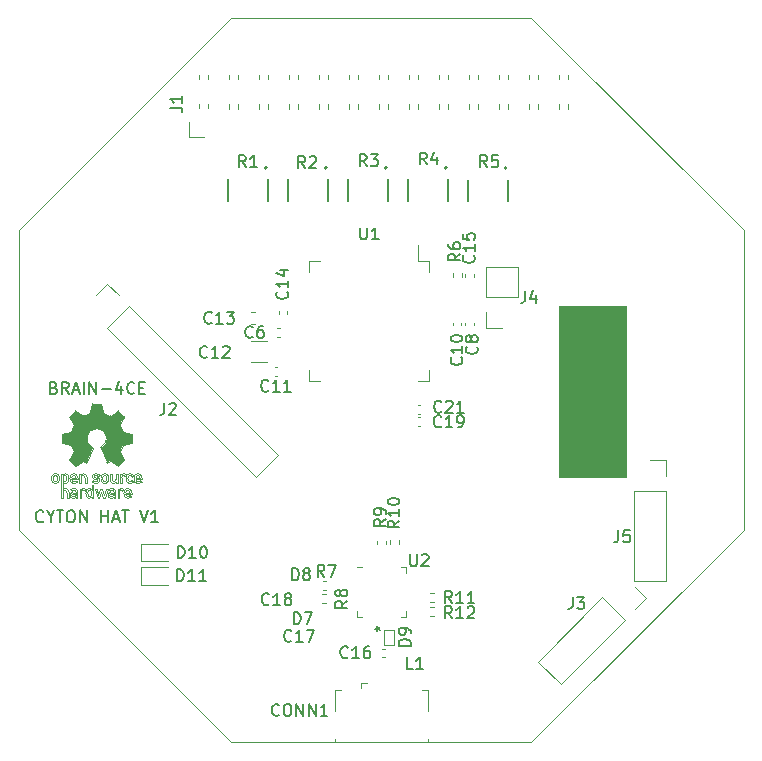
<source format=gbr>
%TF.GenerationSoftware,KiCad,Pcbnew,(6.0.10)*%
%TF.CreationDate,2023-01-18T13:51:00-05:00*%
%TF.ProjectId,cyton hat,6379746f-6e20-4686-9174-2e6b69636164,rev?*%
%TF.SameCoordinates,Original*%
%TF.FileFunction,Legend,Top*%
%TF.FilePolarity,Positive*%
%FSLAX46Y46*%
G04 Gerber Fmt 4.6, Leading zero omitted, Abs format (unit mm)*
G04 Created by KiCad (PCBNEW (6.0.10)) date 2023-01-18 13:51:00*
%MOMM*%
%LPD*%
G01*
G04 APERTURE LIST*
%TA.AperFunction,Profile*%
%ADD10C,0.101600*%
%TD*%
%ADD11C,0.000000*%
%ADD12C,0.025400*%
%ADD13C,0.076200*%
%ADD14C,0.150000*%
%ADD15C,0.120000*%
%ADD16C,0.127000*%
%ADD17C,0.200000*%
%ADD18C,0.100000*%
%ADD19C,0.101600*%
G04 APERTURE END LIST*
D10*
X154736800Y-100584000D02*
X160375600Y-100584000D01*
X160375600Y-100584000D02*
X160375600Y-115062000D01*
X160375600Y-115062000D02*
X154736800Y-115062000D01*
X154736800Y-115062000D02*
X154736800Y-100584000D01*
G36*
X154736800Y-100584000D02*
G01*
X160375600Y-100584000D01*
X160375600Y-115062000D01*
X154736800Y-115062000D01*
X154736800Y-100584000D01*
G37*
D11*
G36*
X115957740Y-108869720D02*
G01*
X115964180Y-108871310D01*
X115970250Y-108873990D01*
X115975760Y-108877680D01*
X115980540Y-108882280D01*
X115984460Y-108887630D01*
X115987380Y-108893590D01*
X115989230Y-108899960D01*
X116125880Y-109607860D01*
X116127680Y-109614240D01*
X116130560Y-109620200D01*
X116134440Y-109625580D01*
X116139190Y-109630200D01*
X116148490Y-109636050D01*
X116741580Y-109881420D01*
X116747930Y-109883400D01*
X116754530Y-109884240D01*
X116761170Y-109883930D01*
X116767660Y-109882470D01*
X116777390Y-109877860D01*
X117374550Y-109474000D01*
X117379790Y-109470990D01*
X117386030Y-109468720D01*
X117392560Y-109467570D01*
X117399200Y-109467570D01*
X117405740Y-109468720D01*
X117411980Y-109470990D01*
X117417720Y-109474300D01*
X117422810Y-109478570D01*
X117933090Y-109988600D01*
X117936990Y-109993230D01*
X117940400Y-109998920D01*
X117942760Y-110005110D01*
X117944010Y-110011630D01*
X117944110Y-110018260D01*
X117943060Y-110024800D01*
X117940890Y-110031070D01*
X117937660Y-110036860D01*
X117533550Y-110634020D01*
X117530320Y-110639810D01*
X117528150Y-110646080D01*
X117527100Y-110652630D01*
X117527200Y-110659260D01*
X117529990Y-110670090D01*
X117775610Y-111262920D01*
X117778660Y-111268830D01*
X117782690Y-111274120D01*
X117787580Y-111278640D01*
X117793180Y-111282230D01*
X117803550Y-111285780D01*
X118511450Y-111422180D01*
X118517520Y-111424050D01*
X118523480Y-111426870D01*
X118528850Y-111430690D01*
X118533490Y-111435390D01*
X118537240Y-111440820D01*
X118539980Y-111446810D01*
X118541650Y-111453200D01*
X118542180Y-111459770D01*
X118542180Y-112181130D01*
X118541690Y-112186980D01*
X118540100Y-112193420D01*
X118537420Y-112199490D01*
X118533730Y-112205000D01*
X118529130Y-112209780D01*
X118523780Y-112213700D01*
X118517820Y-112216620D01*
X118511450Y-112218470D01*
X117803550Y-112355120D01*
X117797170Y-112356920D01*
X117791210Y-112359800D01*
X117785830Y-112363680D01*
X117781210Y-112368430D01*
X117775610Y-112377980D01*
X117529990Y-112970820D01*
X117527970Y-112977180D01*
X117527080Y-112983790D01*
X117527360Y-112990450D01*
X117528780Y-112996960D01*
X117533550Y-113006890D01*
X117937660Y-113604040D01*
X117940670Y-113609280D01*
X117942940Y-113615520D01*
X117944090Y-113622050D01*
X117944090Y-113628690D01*
X117942940Y-113635230D01*
X117940670Y-113641470D01*
X117937360Y-113647210D01*
X117933090Y-113652300D01*
X117422810Y-114162330D01*
X117418180Y-114166230D01*
X117412490Y-114169640D01*
X117406300Y-114172000D01*
X117399780Y-114173250D01*
X117393150Y-114173350D01*
X117386610Y-114172300D01*
X117380340Y-114170130D01*
X117374550Y-114166900D01*
X116777390Y-113763040D01*
X116771600Y-113759810D01*
X116765330Y-113757640D01*
X116758780Y-113756590D01*
X116752150Y-113756690D01*
X116741580Y-113759490D01*
X116470050Y-113871760D01*
X116463950Y-113873770D01*
X116457340Y-113874660D01*
X116450680Y-113874390D01*
X116444160Y-113872960D01*
X116438000Y-113870420D01*
X116432360Y-113866860D01*
X116427440Y-113862360D01*
X116423360Y-113857090D01*
X116420270Y-113851180D01*
X115920400Y-112626900D01*
X115918910Y-112622190D01*
X115917780Y-112615650D01*
X115917790Y-112609020D01*
X115918960Y-112602480D01*
X115921240Y-112596250D01*
X115924570Y-112590510D01*
X115928850Y-112585440D01*
X115933950Y-112581180D01*
X115939700Y-112577880D01*
X116065930Y-112505860D01*
X116177740Y-112413010D01*
X116271730Y-112302160D01*
X116345040Y-112176670D01*
X116395440Y-112040360D01*
X116421410Y-111897360D01*
X116422150Y-111752030D01*
X116397650Y-111608780D01*
X116348640Y-111471960D01*
X116276620Y-111345730D01*
X116183770Y-111233920D01*
X116072920Y-111139930D01*
X115947430Y-111066620D01*
X115811120Y-111016220D01*
X115668120Y-110990250D01*
X115522790Y-110989510D01*
X115379540Y-111014010D01*
X115242720Y-111063020D01*
X115116490Y-111135040D01*
X115004680Y-111227890D01*
X114910690Y-111338740D01*
X114837380Y-111464230D01*
X114786980Y-111600540D01*
X114761010Y-111743540D01*
X114760270Y-111888870D01*
X114784770Y-112032120D01*
X114833780Y-112168940D01*
X114905800Y-112295170D01*
X114998650Y-112406980D01*
X115109500Y-112500970D01*
X115242470Y-112577880D01*
X115246860Y-112580170D01*
X115252150Y-112584200D01*
X115256660Y-112589090D01*
X115260250Y-112594690D01*
X115262820Y-112600820D01*
X115264280Y-112607310D01*
X115264590Y-112613950D01*
X115263750Y-112620550D01*
X115261770Y-112626900D01*
X114761900Y-113851180D01*
X114761650Y-113851170D01*
X114758600Y-113857040D01*
X114754590Y-113862290D01*
X114749720Y-113866760D01*
X114744150Y-113870320D01*
X114738040Y-113872860D01*
X114731590Y-113874300D01*
X114724980Y-113874590D01*
X114718430Y-113873740D01*
X114712120Y-113871760D01*
X114440590Y-113759490D01*
X114434240Y-113757510D01*
X114427640Y-113756670D01*
X114421000Y-113756980D01*
X114414510Y-113758440D01*
X114404780Y-113763040D01*
X113807620Y-114166900D01*
X113802380Y-114169910D01*
X113796140Y-114172180D01*
X113789610Y-114173330D01*
X113782970Y-114173330D01*
X113776430Y-114172180D01*
X113770190Y-114169910D01*
X113764450Y-114166600D01*
X113759360Y-114162330D01*
X113249080Y-113652300D01*
X113245180Y-113647670D01*
X113241770Y-113641980D01*
X113239410Y-113635790D01*
X113238160Y-113629270D01*
X113238060Y-113622640D01*
X113239110Y-113616100D01*
X113241280Y-113609830D01*
X113244510Y-113604040D01*
X113648620Y-113006890D01*
X113651850Y-113001100D01*
X113654020Y-112994830D01*
X113655070Y-112988280D01*
X113654970Y-112981650D01*
X113652180Y-112970820D01*
X113406560Y-112377980D01*
X113403510Y-112372110D01*
X113399490Y-112366870D01*
X113394620Y-112362390D01*
X113389050Y-112358840D01*
X113378620Y-112355120D01*
X112670720Y-112218470D01*
X112664800Y-112216930D01*
X112658780Y-112214130D01*
X112653340Y-112210320D01*
X112648640Y-112205620D01*
X112644830Y-112200180D01*
X112642030Y-112194160D01*
X112640310Y-112187750D01*
X112639730Y-112181130D01*
X112639730Y-111459770D01*
X112640080Y-111453590D01*
X112641720Y-111447130D01*
X112644460Y-111441050D01*
X112648220Y-111435540D01*
X112652880Y-111430770D01*
X112658290Y-111426880D01*
X112664300Y-111423990D01*
X112670720Y-111422180D01*
X113378620Y-111285780D01*
X113384990Y-111283930D01*
X113390950Y-111281010D01*
X113396300Y-111277090D01*
X113400900Y-111272310D01*
X113406560Y-111262920D01*
X113652180Y-110670090D01*
X113654160Y-110663740D01*
X113655000Y-110657140D01*
X113654690Y-110650500D01*
X113653230Y-110644010D01*
X113648620Y-110634020D01*
X113244510Y-110036860D01*
X113241500Y-110031620D01*
X113239230Y-110025380D01*
X113238080Y-110018850D01*
X113238080Y-110012210D01*
X113239230Y-110005670D01*
X113241500Y-109999430D01*
X113244810Y-109993690D01*
X113249080Y-109988600D01*
X113759360Y-109478570D01*
X113763990Y-109474670D01*
X113769680Y-109471260D01*
X113775870Y-109468900D01*
X113782390Y-109467650D01*
X113789020Y-109467550D01*
X113795560Y-109468600D01*
X113801830Y-109470770D01*
X113807620Y-109474000D01*
X114404780Y-109877860D01*
X114410570Y-109881090D01*
X114416840Y-109883260D01*
X114423390Y-109884310D01*
X114430020Y-109884210D01*
X114440590Y-109881420D01*
X115033430Y-109636050D01*
X115039340Y-109633000D01*
X115044630Y-109628970D01*
X115049150Y-109624080D01*
X115052740Y-109618480D01*
X115056290Y-109607860D01*
X115192940Y-108899960D01*
X115194720Y-108894130D01*
X115197510Y-108888150D01*
X115201290Y-108882750D01*
X115205960Y-108878080D01*
X115211360Y-108874300D01*
X115217340Y-108871510D01*
X115223710Y-108869800D01*
X115230280Y-108869230D01*
X115951890Y-108869230D01*
X115957740Y-108869720D01*
G37*
D12*
X115939661Y-112577794D02*
G75*
G03*
X115920400Y-112626900I16050J-34626D01*
G01*
X116420270Y-113851180D02*
X115920400Y-112626900D01*
X116420350Y-113851147D02*
G75*
G03*
X116470050Y-113871760I35220J14696D01*
G01*
X116741580Y-113759490D02*
X116470050Y-113871760D01*
X116777318Y-113763146D02*
G75*
G03*
X116741580Y-113759490I-21267J-31392D01*
G01*
X117374550Y-114166900D02*
X116777390Y-113763040D01*
X117374533Y-114166926D02*
G75*
G03*
X117422810Y-114162330I21357J31517D01*
G01*
X117933090Y-113652300D02*
X117422810Y-114162330D01*
X117933069Y-113652279D02*
G75*
G03*
X117937660Y-113604040I-26908J26899D01*
G01*
X117533550Y-113006890D02*
X117937660Y-113604040D01*
X117529995Y-112970822D02*
G75*
G03*
X117533550Y-113006890I35300J-14729D01*
G01*
X117775610Y-112377980D02*
X117529990Y-112970820D01*
X117803566Y-112355206D02*
G75*
G03*
X117775610Y-112377980I7094J-37254D01*
G01*
X118511450Y-112218470D02*
X117803550Y-112355120D01*
X118511458Y-112218509D02*
G75*
G03*
X118542180Y-112181130I-7378J37379D01*
G01*
X118542180Y-111459770D02*
X118542180Y-112181130D01*
X118542350Y-111459771D02*
G75*
G03*
X118511450Y-111422180I-38009J252D01*
G01*
X117803550Y-111285780D02*
X118511450Y-111422180D01*
X117775706Y-111262881D02*
G75*
G03*
X117803550Y-111285780I35216J14443D01*
G01*
X117529990Y-110670090D02*
X117775610Y-111262920D01*
X117533566Y-110634031D02*
G75*
G03*
X117529990Y-110670090I31483J-21329D01*
G01*
X117937660Y-110036860D02*
X117533550Y-110634020D01*
X117937686Y-110036877D02*
G75*
G03*
X117933090Y-109988600I-31517J21357D01*
G01*
X117422810Y-109478570D02*
X117933090Y-109988600D01*
X117422789Y-109478591D02*
G75*
G03*
X117374550Y-109474000I-26899J-26908D01*
G01*
X116777390Y-109877860D02*
X117374550Y-109474000D01*
X116741547Y-109881498D02*
G75*
G03*
X116777390Y-109877860I14514J35386D01*
G01*
X116148490Y-109636050D02*
X116741580Y-109881420D01*
X116125645Y-109607905D02*
G75*
G03*
X116148490Y-109636050I37575J7155D01*
G01*
X115989230Y-108899960D02*
X116125880Y-109607860D01*
X115989269Y-108899952D02*
G75*
G03*
X115951890Y-108869230I-37379J-7378D01*
G01*
X115230280Y-108869230D02*
X115951890Y-108869230D01*
X115230280Y-108869059D02*
G75*
G03*
X115192940Y-108899960I0J-38011D01*
G01*
X115056290Y-109607860D02*
X115192940Y-108899960D01*
X115033373Y-109635910D02*
G75*
G03*
X115056290Y-109607860I-14425J35172D01*
G01*
X114440590Y-109881420D02*
X115033430Y-109636050D01*
X114404847Y-109877761D02*
G75*
G03*
X114440590Y-109881420I21273J31396D01*
G01*
X113807620Y-109474000D02*
X114404780Y-109877860D01*
X113807637Y-109473974D02*
G75*
G03*
X113759360Y-109478570I-21357J-31517D01*
G01*
X113249080Y-109988600D02*
X113759360Y-109478570D01*
X113249101Y-109988621D02*
G75*
G03*
X113244510Y-110036860I26908J-26899D01*
G01*
X113648620Y-110634020D02*
X113244510Y-110036860D01*
X113652395Y-110670178D02*
G75*
G03*
X113648620Y-110634020I-35522J14568D01*
G01*
X113406560Y-111262920D02*
X113652180Y-110670090D01*
X113378640Y-111285881D02*
G75*
G03*
X113406560Y-111262920I-7389J37441D01*
G01*
X112670720Y-111422180D02*
X113378620Y-111285780D01*
X112670749Y-111422334D02*
G75*
G03*
X112639730Y-111459770I7079J-37435D01*
G01*
X112639730Y-112181130D02*
X112639730Y-111459770D01*
X112639819Y-112181130D02*
G75*
G03*
X112670720Y-112218470I38011J0D01*
G01*
X113378620Y-112355120D02*
X112670720Y-112218470D01*
X113406641Y-112377947D02*
G75*
G03*
X113378620Y-112355120I-35131J-14513D01*
G01*
X113652180Y-112970820D02*
X113406560Y-112377980D01*
X113648604Y-113006879D02*
G75*
G03*
X113652180Y-112970820I-31483J21329D01*
G01*
X113244510Y-113604040D02*
X113648620Y-113006890D01*
X113244484Y-113604023D02*
G75*
G03*
X113249080Y-113652300I31517J-21357D01*
G01*
X113759360Y-114162330D02*
X113249080Y-113652300D01*
X113759381Y-114162309D02*
G75*
G03*
X113807620Y-114166900I26899J26908D01*
G01*
X114404780Y-113763040D02*
X113807620Y-114166900D01*
X114440626Y-113759403D02*
G75*
G03*
X114404780Y-113763040I-14516J-35401D01*
G01*
X114712120Y-113871760D02*
X114440590Y-113759490D01*
X114712030Y-113871976D02*
G75*
G03*
X114761900Y-113851180I14561J35275D01*
G01*
X115261770Y-112626900D02*
X114761900Y-113851180D01*
X115261687Y-112626866D02*
G75*
G03*
X115242470Y-112577880I-35218J14446D01*
G01*
X115939744Y-112577975D02*
G75*
G03*
X115242470Y-112577880I-348534J757525D01*
G01*
D13*
X116443978Y-115291099D02*
G75*
G03*
X116446180Y-115218210I-1028189J67540D01*
G01*
X116437643Y-115338883D02*
G75*
G03*
X116444140Y-115291110I-286338J63270D01*
G01*
X116407245Y-115404854D02*
G75*
G03*
X116437540Y-115338860I-163518J115015D01*
G01*
X116354746Y-115448342D02*
G75*
G03*
X116407310Y-115404900I-53587J118361D01*
G01*
X116279809Y-115462852D02*
G75*
G03*
X116354740Y-115448330I4063J179613D01*
G01*
X116204375Y-115448320D02*
G75*
G03*
X116279810Y-115462810I71114J166607D01*
G01*
X116152373Y-115404850D02*
G75*
G03*
X116204370Y-115448330I103824J71330D01*
G01*
X116121761Y-115338624D02*
G75*
G03*
X116152300Y-115404900I174296J40141D01*
G01*
X116115711Y-115290350D02*
G75*
G03*
X116121820Y-115338610I324096J16509D01*
G01*
X116113705Y-115216430D02*
G75*
G03*
X116115720Y-115290350I1151556J-5597D01*
G01*
X116115685Y-115144548D02*
G75*
G03*
X116113690Y-115216430I1092508J-66290D01*
G01*
X116121817Y-115097309D02*
G75*
G03*
X116115720Y-115144550I310139J-64041D01*
G01*
X116152448Y-115030608D02*
G75*
G03*
X116121820Y-115097310I150239J-109369D01*
G01*
X116204370Y-114987070D02*
G75*
G03*
X116152300Y-115030500I51824J-115064D01*
G01*
X116279810Y-114972579D02*
G75*
G03*
X116204370Y-114987070I-4324J-181094D01*
G01*
X116354723Y-114987109D02*
G75*
G03*
X116279810Y-114972590I-70850J-165038D01*
G01*
X116407378Y-115030452D02*
G75*
G03*
X116354740Y-114987070I-105986J-74974D01*
G01*
X116437675Y-115097275D02*
G75*
G03*
X116407310Y-115030500I-202040J-51583D01*
G01*
X116444044Y-115145065D02*
G75*
G03*
X116437540Y-115097310I-292154J-15470D01*
G01*
X116446322Y-115218211D02*
G75*
G03*
X116444140Y-115145060I-1039394J5604D01*
G01*
X116272440Y-116865650D02*
X116132990Y-116865650D01*
X116524660Y-116077490D02*
X116272440Y-116865650D01*
X116356510Y-116077490D02*
X116524660Y-116077490D01*
X116205890Y-116629690D02*
X116356510Y-116077490D01*
X116202590Y-116629690D02*
X116205890Y-116629690D01*
X116024280Y-116077490D02*
X116202590Y-116629690D01*
X115908710Y-116077490D02*
X116024280Y-116077490D01*
X115730150Y-116629690D02*
X115908710Y-116077490D01*
X115727360Y-116629690D02*
X115730150Y-116629690D01*
X115576230Y-116077490D02*
X115727360Y-116629690D01*
X115408590Y-116077490D02*
X115576230Y-116077490D01*
X115660300Y-116865650D02*
X115408590Y-116077490D01*
X115800250Y-116865650D02*
X115660300Y-116865650D01*
X115964850Y-116314470D02*
X115800250Y-116865650D01*
X115967890Y-116314470D02*
X115964850Y-116314470D01*
X116132990Y-116865650D02*
X115967890Y-116314470D01*
X115954766Y-115216430D02*
G75*
G03*
X115959770Y-115328950I1107710J-7109D01*
G01*
X115959721Y-115328954D02*
G75*
G03*
X115974500Y-115407950I399057J33777D01*
G01*
X115974634Y-115407907D02*
G75*
G03*
X116040030Y-115520220I289175J93181D01*
G01*
X116039977Y-115520268D02*
G75*
G03*
X116078640Y-115555520I201732J182424D01*
G01*
X116078599Y-115555574D02*
G75*
G03*
X116129950Y-115588800I257464J341618D01*
G01*
X116129925Y-115588847D02*
G75*
G03*
X116195990Y-115612670I112543J208584D01*
G01*
X116196001Y-115612614D02*
G75*
G03*
X116279810Y-115620550I79746J395663D01*
G01*
X116279810Y-115620551D02*
G75*
G03*
X116362610Y-115612670I4061J396238D01*
G01*
X116362619Y-115612715D02*
G75*
G03*
X116428650Y-115588800I-47756J234974D01*
G01*
X116428566Y-115588647D02*
G75*
G03*
X116480210Y-115555520I-207684J380592D01*
G01*
X116480153Y-115555444D02*
G75*
G03*
X116519070Y-115520220I-164602J220970D01*
G01*
X116519133Y-115520278D02*
G75*
G03*
X116584350Y-115407950I-222064J204025D01*
G01*
X116584276Y-115407928D02*
G75*
G03*
X116599080Y-115328950I-387599J113530D01*
G01*
X116599251Y-115328966D02*
G75*
G03*
X116604160Y-115216430I-1112831J104919D01*
G01*
X116603967Y-115216429D02*
G75*
G03*
X116599080Y-115105690I-1083903J7644D01*
G01*
X116599128Y-115105686D02*
G75*
G03*
X116584350Y-115027460I-401314J-35305D01*
G01*
X116584215Y-115027503D02*
G75*
G03*
X116519070Y-114915190I-287392J-91647D01*
G01*
X116519234Y-114915037D02*
G75*
G03*
X116480210Y-114880140I-211798J-197578D01*
G01*
X116480169Y-114880196D02*
G75*
G03*
X116428650Y-114846860I-278674J-374197D01*
G01*
X116428712Y-114846748D02*
G75*
G03*
X116362610Y-114822220I-114373J-206896D01*
G01*
X116362611Y-114822215D02*
G75*
G03*
X116279810Y-114814100I-78998J-379562D01*
G01*
X116279810Y-114814104D02*
G75*
G03*
X116195990Y-114822220I-4056J-395000D01*
G01*
X116196026Y-114822393D02*
G75*
G03*
X116129950Y-114846860I47220J-228979D01*
G01*
X116129881Y-114846737D02*
G75*
G03*
X116078640Y-114880140I224759J-400790D01*
G01*
X116078749Y-114880286D02*
G75*
G03*
X116040030Y-114915190I171049J-228672D01*
G01*
X116039854Y-114915029D02*
G75*
G03*
X115974500Y-115027460I223943J-205384D01*
G01*
X115974566Y-115027480D02*
G75*
G03*
X115959770Y-115105690I383242J-113012D01*
G01*
X115959701Y-115105683D02*
G75*
G03*
X115954690Y-115216430I1070017J-103902D01*
G01*
X115183366Y-115480260D02*
G75*
G03*
X115345090Y-115585490I362131J379657D01*
G01*
X115345058Y-115585570D02*
G75*
G03*
X115530000Y-115620550I181643J453967D01*
G01*
X115530001Y-115620480D02*
G75*
G03*
X115656240Y-115604800I4567J479242D01*
G01*
X115656250Y-115604838D02*
G75*
G03*
X115761650Y-115557550I-92725J347780D01*
G01*
X115761614Y-115557494D02*
G75*
G03*
X115833020Y-115481100I-112226J176467D01*
G01*
X115833012Y-115481096D02*
G75*
G03*
X115856640Y-115378230I-193303J98548D01*
G01*
X115856502Y-115378229D02*
G75*
G03*
X115843180Y-115291360I-274927J2291D01*
G01*
X115843182Y-115291359D02*
G75*
G03*
X115803560Y-115217700I-227573J-74928D01*
G01*
X115803610Y-115217659D02*
G75*
G03*
X115733200Y-115165120I-137470J-110781D01*
G01*
X115733192Y-115165139D02*
G75*
G03*
X115684940Y-115149880I-103873J-244546D01*
G01*
X115684936Y-115149899D02*
G75*
G03*
X115628040Y-115142010I-81782J-380705D01*
G01*
X115497740Y-115132870D02*
X115628040Y-115142010D01*
X115447238Y-115124068D02*
G75*
G03*
X115497740Y-115132870I62690J210409D01*
G01*
X115415493Y-115106643D02*
G75*
G03*
X115447190Y-115124230I52264J56838D01*
G01*
X115398858Y-115083624D02*
G75*
G03*
X115415440Y-115106700I72476J34584D01*
G01*
X115393433Y-115058700D02*
G75*
G03*
X115398930Y-115083590I59113J3D01*
G01*
X115423321Y-114990371D02*
G75*
G03*
X115393600Y-115058700I58424J-66041D01*
G01*
X115464439Y-114970166D02*
G75*
G03*
X115423320Y-114990370I20350J-93361D01*
G01*
X115528731Y-114963628D02*
G75*
G03*
X115464470Y-114970310I-5084J-263448D01*
G01*
X115642530Y-114984254D02*
G75*
G03*
X115528730Y-114963700I-108719J-276625D01*
G01*
X115739559Y-115036838D02*
G75*
G03*
X115642520Y-114984280I-298951J-436099D01*
G01*
X115837590Y-114921280D02*
X115739550Y-115036850D01*
X115837540Y-114921340D02*
G75*
G03*
X115705510Y-114843310I-305508J-366216D01*
G01*
X115705537Y-114843241D02*
G75*
G03*
X115624490Y-114821460I-142513J-368614D01*
G01*
X115624503Y-114821379D02*
G75*
G03*
X115528730Y-114814100I-92466J-582907D01*
G01*
X115528729Y-114814185D02*
G75*
G03*
X115413670Y-114829590I-4060J-407059D01*
G01*
X115413673Y-114829602D02*
G75*
G03*
X115319180Y-114875820I84062J-291569D01*
G01*
X115319094Y-114875700D02*
G75*
G03*
X115255930Y-114951760I113617J-158611D01*
G01*
X115256103Y-114951836D02*
G75*
G03*
X115235100Y-115057170I226914J-100006D01*
G01*
X115234973Y-115057168D02*
G75*
G03*
X115251110Y-115147600I238647J-4071D01*
G01*
X115251137Y-115147589D02*
G75*
G03*
X115299620Y-115215920I167603J67552D01*
G01*
X115299725Y-115215801D02*
G75*
G03*
X115372520Y-115260370I162731J184057D01*
G01*
X115372451Y-115260550D02*
G75*
G03*
X115461930Y-115280190I109033J283100D01*
G01*
X115601630Y-115293390D02*
X115461930Y-115280190D01*
X115643765Y-115301353D02*
G75*
G03*
X115601630Y-115293390I-56365J-182790D01*
G01*
X115673985Y-115316806D02*
G75*
G03*
X115643790Y-115301270I-57640J-74915D01*
G01*
X115692124Y-115339846D02*
G75*
G03*
X115674020Y-115316760I-56209J-25437D01*
G01*
X115698037Y-115370608D02*
G75*
G03*
X115692050Y-115339880I-74073J1515D01*
G01*
X115687167Y-115414780D02*
G75*
G03*
X115698150Y-115370610I-75119J42129D01*
G01*
X115654108Y-115446587D02*
G75*
G03*
X115687220Y-115414810I-42581J77510D01*
G01*
X115604113Y-115465350D02*
G75*
G03*
X115653950Y-115446300I-38048J174253D01*
G01*
X115542439Y-115472060D02*
G75*
G03*
X115604170Y-115465610I2287J276744D01*
G01*
X115407784Y-115446651D02*
G75*
G03*
X115542440Y-115471960I131356J328007D01*
G01*
X115294036Y-115370604D02*
G75*
G03*
X115407820Y-115446560I248909J249669D01*
G01*
X115183290Y-115480340D02*
X115294030Y-115370610D01*
X115313080Y-116865650D02*
X115154590Y-116865650D01*
X115313080Y-115759480D02*
X115313080Y-116865650D01*
X115154590Y-115759480D02*
X115313080Y-115759480D01*
X115154590Y-116161820D02*
X115154590Y-115759480D01*
X115154689Y-116161717D02*
G75*
G03*
X115061110Y-116094260I-291440J-305660D01*
G01*
X115061023Y-116094429D02*
G75*
G03*
X114950880Y-116068600I-106841J-207845D01*
G01*
X114950881Y-116068387D02*
G75*
G03*
X114883060Y-116075710I-2023J-298987D01*
G01*
X114883039Y-116075617D02*
G75*
G03*
X114825400Y-116097560I49038J-215485D01*
G01*
X114825478Y-116097704D02*
G75*
G03*
X114739800Y-116170960I127692J-236076D01*
G01*
X114739826Y-116170980D02*
G75*
G03*
X114695100Y-116270020I182363J-141973D01*
G01*
X114695216Y-116270040D02*
G75*
G03*
X114686720Y-116348510I583085J-102826D01*
G01*
X114686711Y-116348510D02*
G75*
G03*
X114683920Y-116470680I2228544J-112028D01*
G01*
X114683926Y-116470680D02*
G75*
G03*
X114686720Y-116594640I2287592J-10450D01*
G01*
X114686599Y-116594645D02*
G75*
G03*
X114695100Y-116674140I606349J24639D01*
G01*
X114694956Y-116674167D02*
G75*
G03*
X114739800Y-116773200I222130J40915D01*
G01*
X114739718Y-116773261D02*
G75*
G03*
X114825400Y-116846600I205836J153757D01*
G01*
X114825493Y-116846425D02*
G75*
G03*
X114883060Y-116867690I105833J197951D01*
G01*
X114883054Y-116867716D02*
G75*
G03*
X114950880Y-116874800I65541J299282D01*
G01*
X114950878Y-116874992D02*
G75*
G03*
X115062130Y-116852190I2788J269201D01*
G01*
X115062147Y-116852227D02*
G75*
G03*
X115154590Y-116783870I-116334J254011D01*
G01*
X115154590Y-116865650D02*
X115154590Y-116783870D01*
X115048877Y-116232122D02*
G75*
G03*
X114999390Y-116227100I-47466J-221398D01*
G01*
X115087770Y-116246927D02*
G75*
G03*
X115048920Y-116231920I-65771J-112476D01*
G01*
X115132259Y-116306779D02*
G75*
G03*
X115087780Y-116246910I-94766J-23948D01*
G01*
X115154425Y-116470680D02*
G75*
G03*
X115131980Y-116306850I-603641J753D01*
G01*
X115132082Y-116637339D02*
G75*
G03*
X115154590Y-116470680I-590629J164616D01*
G01*
X115087632Y-116697002D02*
G75*
G03*
X115131980Y-116637310I-50146J83575D01*
G01*
X115048970Y-116712216D02*
G75*
G03*
X115087780Y-116697250I-26982J127775D01*
G01*
X114999391Y-116716950D02*
G75*
G03*
X115048920Y-116711980I2290J226455D01*
G01*
X114948842Y-116712278D02*
G75*
G03*
X114999390Y-116717060I48016J238000D01*
G01*
X114909450Y-116697814D02*
G75*
G03*
X114948850Y-116712240I66068J119425D01*
G01*
X114864853Y-116640338D02*
G75*
G03*
X114909480Y-116697760I90599J24358D01*
G01*
X114842358Y-116470679D02*
G75*
G03*
X114864770Y-116640360I603543J-6603D01*
G01*
X114864787Y-116303815D02*
G75*
G03*
X114842420Y-116470680I571443J-161529D01*
G01*
X114909607Y-116246378D02*
G75*
G03*
X114864770Y-116303810I45594J-81813D01*
G01*
X114948843Y-116231633D02*
G75*
G03*
X114909480Y-116246150I26926J-133635D01*
G01*
X114999392Y-116226844D02*
G75*
G03*
X114948850Y-116231670I-2288J-243111D01*
G01*
X114300890Y-116865650D02*
X114142400Y-116865650D01*
X114300890Y-116392200D02*
X114300890Y-116865650D01*
X114312773Y-116317250D02*
G75*
G03*
X114300890Y-116392200I199964J-70120D01*
G01*
X114348350Y-116266162D02*
G75*
G03*
X114312830Y-116317270I76741J-91232D01*
G01*
X114454310Y-116226998D02*
G75*
G03*
X114348390Y-116266210I1J-162665D01*
G01*
X114507072Y-116236928D02*
G75*
G03*
X114454310Y-116227100I-53522J-140793D01*
G01*
X114559212Y-116265958D02*
G75*
G03*
X114507140Y-116236750I-125995J-163602D01*
G01*
X114673510Y-116129310D02*
X114559210Y-116265960D01*
X114673537Y-116129277D02*
G75*
G03*
X114593500Y-116083590I-186470J-233718D01*
G01*
X114593412Y-116083825D02*
G75*
G03*
X114508920Y-116068600I-84497J-226859D01*
G01*
X114508923Y-116068459D02*
G75*
G03*
X114392080Y-116091720I-5084J-279553D01*
G01*
X114392083Y-116091726D02*
G75*
G03*
X114303690Y-116161820I98811J-215388D01*
G01*
X114300890Y-116161820D02*
X114303690Y-116161820D01*
X114300890Y-116077490D02*
X114300890Y-116161820D01*
X114142400Y-116077490D02*
X114300890Y-116077490D01*
X114142400Y-116865650D02*
X114142400Y-116077490D01*
X114273710Y-115611400D02*
X114115220Y-115611400D01*
X114273710Y-115142010D02*
X114273710Y-115611400D01*
X114284809Y-115071197D02*
G75*
G03*
X114273710Y-115142010I199218J-67501D01*
G01*
X114318078Y-115017469D02*
G75*
G03*
X114284640Y-115071140I102217J-100935D01*
G01*
X114368524Y-114983929D02*
G75*
G03*
X114318160Y-115017550I54533J-136223D01*
G01*
X114430690Y-114972550D02*
G75*
G03*
X114368460Y-114983770I-2036J-166893D01*
G01*
X114491384Y-114983785D02*
G75*
G03*
X114430690Y-114972590I-58920J-149314D01*
G01*
X114541500Y-115017482D02*
G75*
G03*
X114491390Y-114983770I-105992J-103451D01*
G01*
X114574811Y-115071101D02*
G75*
G03*
X114541430Y-115017550I-135477J-47270D01*
G01*
X114585812Y-115142009D02*
G75*
G03*
X114574700Y-115071140I-210485J3302D01*
G01*
X114585880Y-115611400D02*
X114585880Y-115142010D01*
X114744380Y-115611400D02*
X114585880Y-115611400D01*
X114744380Y-115087400D02*
X114744380Y-115611400D01*
X114744441Y-115087400D02*
G75*
G03*
X114739040Y-115024660I-352326J1272D01*
G01*
X114739018Y-115024664D02*
G75*
G03*
X114723040Y-114969800I-258270J-45457D01*
G01*
X114722960Y-114969833D02*
G75*
G03*
X114658780Y-114883950I-201349J-83545D01*
G01*
X114658806Y-114883918D02*
G75*
G03*
X114571910Y-114831620I-210848J-251995D01*
G01*
X114571935Y-114831557D02*
G75*
G03*
X114481740Y-114814100I-90704J-226895D01*
G01*
X114481738Y-114814198D02*
G75*
G03*
X114364900Y-114837460I-5076J-279557D01*
G01*
X114364907Y-114837474D02*
G75*
G03*
X114276510Y-114907570I98805J-215388D01*
G01*
X114273710Y-114907570D02*
X114276510Y-114907570D01*
X114273710Y-114823240D02*
X114273710Y-114907570D01*
X114115220Y-114823240D02*
X114273710Y-114823240D01*
X114115220Y-115611400D02*
X114115220Y-114823240D01*
X113976530Y-115146840D02*
X113976530Y-115277390D01*
X113976511Y-115146840D02*
G75*
G03*
X113952150Y-115009930I-365497J5588D01*
G01*
X113952185Y-115009916D02*
G75*
G03*
X113879250Y-114904270I-268260J-107200D01*
G01*
X113879244Y-114904277D02*
G75*
G03*
X113773840Y-114836700I-232154J-246114D01*
G01*
X113773858Y-114836654D02*
G75*
G03*
X113652180Y-114814100I-119385J-304577D01*
G01*
X113652180Y-114814176D02*
G75*
G03*
X113539910Y-114836190I515J-299920D01*
G01*
X113539896Y-114836157D02*
G75*
G03*
X113432210Y-114902230I152665J-369605D01*
G01*
X113432270Y-114902301D02*
G75*
G03*
X113386490Y-114955070I147724J-174402D01*
G01*
X113386343Y-114954978D02*
G75*
G03*
X113353470Y-115025680I266164J-166746D01*
G01*
X113353618Y-115025728D02*
G75*
G03*
X113333910Y-115114070I468283J-150837D01*
G01*
X113333932Y-115114073D02*
G75*
G03*
X113327310Y-115220500I790775J-102622D01*
G01*
X113327322Y-115220500D02*
G75*
G03*
X113334420Y-115331750I799622J-4834D01*
G01*
X113673510Y-115471932D02*
G75*
G03*
X113765710Y-115452910I1269J226797D01*
G01*
X113598587Y-115459741D02*
G75*
G03*
X113673510Y-115471960I72131J206471D01*
G01*
X113538553Y-115423284D02*
G75*
G03*
X113598580Y-115459760I119718J129385D01*
G01*
X113498989Y-115362487D02*
G75*
G03*
X113538640Y-115423190I142521J49792D01*
G01*
X113485808Y-115277390D02*
G75*
G03*
X113499010Y-115362480I249692J-4829D01*
G01*
X113976530Y-115277390D02*
X113485810Y-115277390D01*
X113795952Y-116664493D02*
G75*
G03*
X113805080Y-116591840I-233991J66298D01*
G01*
X113784504Y-116689116D02*
G75*
G03*
X113795940Y-116664490I-81473J52804D01*
G01*
X113768584Y-116705486D02*
G75*
G03*
X113784510Y-116689120I-33852J48874D01*
G01*
X113714642Y-116723787D02*
G75*
G03*
X113768510Y-116705380I-20303J147443D01*
G01*
X113631856Y-116729150D02*
G75*
G03*
X113714660Y-116723920I12956J452988D01*
G01*
X113565833Y-116721328D02*
G75*
G03*
X113631860Y-116729000I61202J238764D01*
G01*
X113521618Y-116698272D02*
G75*
G03*
X113565820Y-116721380I70108J80276D01*
G01*
X113495682Y-116666535D02*
G75*
G03*
X113521620Y-116698270I90205J47260D01*
G01*
X113487030Y-116629691D02*
G75*
G03*
X113495710Y-116666520I80307J-510D01*
G01*
X113494563Y-116589239D02*
G75*
G03*
X113486820Y-116629690I83190J-36891D01*
G01*
X113519445Y-116560005D02*
G75*
G03*
X113494700Y-116589300I42553J-61042D01*
G01*
X113561238Y-116541293D02*
G75*
G03*
X113519330Y-116559840I28450J-120905D01*
G01*
X113620431Y-116533731D02*
G75*
G03*
X113561240Y-116541300I4585J-271079D01*
G01*
X113805080Y-116533680D02*
X113620430Y-116533680D01*
X113805080Y-116591840D02*
X113805080Y-116533680D01*
X113958500Y-116868700D02*
X113805080Y-116868700D01*
X113958500Y-116329210D02*
X113958500Y-116868700D01*
X113958519Y-116329210D02*
G75*
G03*
X113952400Y-116262400I-392652J-2277D01*
G01*
X113952289Y-116262420D02*
G75*
G03*
X113935640Y-116206270I-259782J-46485D01*
G01*
X113935725Y-116206235D02*
G75*
G03*
X113871120Y-116125500I-172298J-71659D01*
G01*
X113871165Y-116125431D02*
G75*
G03*
X113769520Y-116082570I-173532J-269576D01*
G01*
X113769490Y-116082699D02*
G75*
G03*
X113639980Y-116069360I-118335J-513511D01*
G01*
X113639984Y-116069186D02*
G75*
G03*
X113559720Y-116075210I-9650J-409153D01*
G01*
X113559746Y-116075354D02*
G75*
G03*
X113490120Y-116096540I53816J-301864D01*
G01*
X113490106Y-116096509D02*
G75*
G03*
X113381410Y-116183920I110514J-248713D01*
G01*
X113502570Y-116279420D02*
X113381410Y-116183920D01*
X113556412Y-116230381D02*
G75*
G03*
X113502570Y-116279420I44452J-102883D01*
G01*
X113597579Y-116221072D02*
G75*
G03*
X113556420Y-116230400I27690J-217649D01*
G01*
X113647600Y-116217908D02*
G75*
G03*
X113597570Y-116221000I-2049J-373152D01*
G01*
X113716699Y-116223243D02*
G75*
G03*
X113647600Y-116217950I-58932J-315663D01*
G01*
X113765952Y-116242109D02*
G75*
G03*
X113716690Y-116223290I-74407J-120887D01*
G01*
X113795272Y-116274170D02*
G75*
G03*
X113765970Y-116242080I-72746J-37003D01*
G01*
X113804904Y-116319804D02*
G75*
G03*
X113795430Y-116274090I-99131J3294D01*
G01*
X113805080Y-116403370D02*
X113805080Y-116319810D01*
X113591470Y-116403370D02*
X113805080Y-116403370D01*
X113591469Y-116403461D02*
G75*
G03*
X113483520Y-116421150I-2286J-324277D01*
G01*
X113483484Y-116421048D02*
G75*
G03*
X113405800Y-116471450I66343J-187321D01*
G01*
X113405677Y-116471333D02*
G75*
G03*
X113358300Y-116546380I163681J-155809D01*
G01*
X113358344Y-116546396D02*
G75*
G03*
X113342550Y-116637310I237717J-88126D01*
G01*
X113342672Y-116637312D02*
G75*
G03*
X113360840Y-116732050I238904J-3296D01*
G01*
X113360771Y-116732080D02*
G75*
G03*
X113415450Y-116808250I202500J87655D01*
G01*
X113415519Y-116808180D02*
G75*
G03*
X113498000Y-116858800I151828J154883D01*
G01*
X113498014Y-116858758D02*
G75*
G03*
X113612550Y-116877590I116321J349746D01*
G01*
X113612550Y-116877596D02*
G75*
G03*
X113681390Y-116872770I3820J438907D01*
G01*
X113681403Y-116872854D02*
G75*
G03*
X113735740Y-116858030I-35075J235564D01*
G01*
X113735782Y-116858137D02*
G75*
G03*
X113801780Y-116799110I-46786J118721D01*
G01*
X113805080Y-116799110D02*
X113801780Y-116799110D01*
X113805080Y-116868700D02*
X113805080Y-116799110D01*
X113499427Y-115068404D02*
G75*
G03*
X113485810Y-115146840I238071J-81731D01*
G01*
X113534896Y-115010755D02*
G75*
G03*
X113499270Y-115068350I111699J-108908D01*
G01*
X113587598Y-114975236D02*
G75*
G03*
X113534830Y-115010690I58232J-143666D01*
G01*
X113652181Y-114963632D02*
G75*
G03*
X113587660Y-114975390I-2032J-171753D01*
G01*
X113716127Y-114975524D02*
G75*
G03*
X113652180Y-114963700I-61930J-156097D01*
G01*
X113768211Y-115010728D02*
G75*
G03*
X113716180Y-114975390I-110956J-107396D01*
G01*
X113804000Y-115068375D02*
G75*
G03*
X113768250Y-115010690I-150063J-53080D01*
G01*
X113818448Y-115146836D02*
G75*
G03*
X113804070Y-115068350I-257464J-6605D01*
G01*
X113485810Y-115146840D02*
X113818290Y-115146840D01*
X112842917Y-115457789D02*
G75*
G03*
X112893220Y-115462810I48019J226584D01*
G01*
X112804135Y-115442888D02*
G75*
G03*
X112842930Y-115457730I65720J113659D01*
G01*
X112759525Y-115383334D02*
G75*
G03*
X112804070Y-115443000I93569J23396D01*
G01*
X112737510Y-115218210D02*
G75*
G03*
X112759620Y-115383310I614193J-1778D01*
G01*
X112759632Y-115052603D02*
G75*
G03*
X112737520Y-115218210I597666J-164081D01*
G01*
X112804031Y-114992595D02*
G75*
G03*
X112759620Y-115052600I49567J-83123D01*
G01*
X112842950Y-114977767D02*
G75*
G03*
X112804070Y-114992660I26918J-128468D01*
G01*
X112893220Y-114972630D02*
G75*
G03*
X112842930Y-114977670I-2288J-230589D01*
G01*
X112943526Y-114977390D02*
G75*
G03*
X112893220Y-114972590I-47750J-234426D01*
G01*
X112982632Y-114991896D02*
G75*
G03*
X112943520Y-114977420I-66053J-118389D01*
G01*
X113027454Y-115049780D02*
G75*
G03*
X112982630Y-114991900I-91307J-24413D01*
G01*
X113049727Y-115218210D02*
G75*
G03*
X113027340Y-115049810I-602530J5588D01*
G01*
X113027286Y-115386085D02*
G75*
G03*
X113049690Y-115218210I-574004J162037D01*
G01*
X112982593Y-115443445D02*
G75*
G03*
X113027340Y-115386100I-45936J81976D01*
G01*
X112943508Y-115457929D02*
G75*
G03*
X112982630Y-115443510I-26904J133280D01*
G01*
X112893220Y-115462808D02*
G75*
G03*
X112943520Y-115457990I2299J240971D01*
G01*
X112737520Y-116865650D02*
X112579030Y-116865650D01*
X112737520Y-116396520D02*
X112737520Y-116865650D01*
X112748603Y-116325367D02*
G75*
G03*
X112737520Y-116396520I199985J-67590D01*
G01*
X112782059Y-116271888D02*
G75*
G03*
X112748700Y-116325400I102002J-100741D01*
G01*
X112832261Y-116238273D02*
G75*
G03*
X112781970Y-116271800I54603J-136388D01*
G01*
X112894491Y-116227050D02*
G75*
G03*
X112832260Y-116238270I-2027J-166947D01*
G01*
X112955448Y-116238275D02*
G75*
G03*
X112894490Y-116227100I-58930J-149607D01*
G01*
X113005212Y-116271827D02*
G75*
G03*
X112955450Y-116238270I-105897J-103361D01*
G01*
X113038713Y-116325420D02*
G75*
G03*
X113005240Y-116271800I-135338J-47229D01*
G01*
X113049848Y-116396523D02*
G75*
G03*
X113038770Y-116325400I-210991J3561D01*
G01*
X113049690Y-116865650D02*
X113049690Y-116396520D01*
X113208180Y-116865650D02*
X113049690Y-116865650D01*
X113208180Y-116341910D02*
X113208180Y-116865650D01*
X113208250Y-116341910D02*
G75*
G03*
X113202850Y-116278910I-352371J1528D01*
G01*
X113202859Y-116278908D02*
G75*
G03*
X113186850Y-116224050I-257795J-45466D01*
G01*
X113186915Y-116224023D02*
G75*
G03*
X113122840Y-116138200I-201478J-83592D01*
G01*
X113122806Y-116138241D02*
G75*
G03*
X113035720Y-116085870I-210763J-251880D01*
G01*
X113035659Y-116086023D02*
G75*
G03*
X112945550Y-116068600I-90614J-226904D01*
G01*
X112945553Y-116068459D02*
G75*
G03*
X112828710Y-116091720I-5084J-279553D01*
G01*
X112828713Y-116091726D02*
G75*
G03*
X112740320Y-116161820I98811J-215388D01*
G01*
X112737520Y-116161820D02*
X112740320Y-116161820D01*
X112737520Y-115528090D02*
X112737520Y-116161820D01*
X112737485Y-115528126D02*
G75*
G03*
X112830490Y-115595650I271316J275888D01*
G01*
X112830507Y-115595616D02*
G75*
G03*
X112941230Y-115620550I106665J215353D01*
G01*
X112941230Y-115620518D02*
G75*
G03*
X113008290Y-115613430I2043J301447D01*
G01*
X113008301Y-115613480D02*
G75*
G03*
X113065690Y-115592100I-48516J217941D01*
G01*
X113065741Y-115592195D02*
G75*
G03*
X113152300Y-115518950I-126554J237328D01*
G01*
X113152165Y-115518846D02*
G75*
G03*
X113196500Y-115420140I-185556J142655D01*
G01*
X113196595Y-115420157D02*
G75*
G03*
X113205390Y-115341400I-571160J103652D01*
G01*
X113205265Y-115341394D02*
G75*
G03*
X113208180Y-115218210I-2182062J113262D01*
G01*
X113208289Y-115218211D02*
G75*
G03*
X113205390Y-115094510I-2205896J10188D01*
G01*
X113205282Y-115094515D02*
G75*
G03*
X113196500Y-115015770I-575723J-24345D01*
G01*
X113196705Y-115015730D02*
G75*
G03*
X113152300Y-114916460I-234908J-45511D01*
G01*
X113152272Y-114916482D02*
G75*
G03*
X113065690Y-114843310I-221449J-174222D01*
G01*
X113065643Y-114843395D02*
G75*
G03*
X113008290Y-114821460I-106352J-192129D01*
G01*
X113008309Y-114821376D02*
G75*
G03*
X112941230Y-114814100I-65045J-286819D01*
G01*
X112941231Y-114814053D02*
G75*
G03*
X112829720Y-114836960I-3053J-268010D01*
G01*
X112829802Y-114837137D02*
G75*
G03*
X112737520Y-114906040I116517J-252303D01*
G01*
X112737520Y-114823240D02*
X112737520Y-114906040D01*
X112579030Y-114823240D02*
X112737520Y-114823240D01*
X112579030Y-116865650D02*
X112579030Y-114823240D01*
X112273547Y-115291116D02*
G75*
G03*
X112275750Y-115218210I-1027896J67546D01*
G01*
X112266836Y-115338855D02*
G75*
G03*
X112273460Y-115291110I-285778J63980D01*
G01*
X112236632Y-115404902D02*
G75*
G03*
X112266860Y-115338860I-163593J114817D01*
G01*
X112184030Y-115448263D02*
G75*
G03*
X112236630Y-115404900I-53561J118554D01*
G01*
X112109129Y-115462873D02*
G75*
G03*
X112184060Y-115448330I4061J179385D01*
G01*
X112033695Y-115448320D02*
G75*
G03*
X112109130Y-115462810I71114J166607D01*
G01*
X111981693Y-115404850D02*
G75*
G03*
X112033690Y-115448330I103824J71330D01*
G01*
X111951023Y-115338577D02*
G75*
G03*
X111981620Y-115404900I174097J40097D01*
G01*
X111944852Y-115290359D02*
G75*
G03*
X111950880Y-115338610I324506J16038D01*
G01*
X111943025Y-115216430D02*
G75*
G03*
X111945040Y-115290350I1151556J-5597D01*
G01*
X111945005Y-115144548D02*
G75*
G03*
X111943010Y-115216430I1092508J-66290D01*
G01*
X111951057Y-115097346D02*
G75*
G03*
X111945040Y-115144550I309692J-63461D01*
G01*
X111981564Y-115030459D02*
G75*
G03*
X111950880Y-115097310I150440J-109518D01*
G01*
X112033690Y-114987070D02*
G75*
G03*
X111981620Y-115030500I51824J-115064D01*
G01*
X112109130Y-114972579D02*
G75*
G03*
X112033690Y-114987070I-4324J-181094D01*
G01*
X112184035Y-114987127D02*
G75*
G03*
X112109130Y-114972590I-70849J-164816D01*
G01*
X112236684Y-115030462D02*
G75*
G03*
X112184060Y-114987070I-106227J-75222D01*
G01*
X112266918Y-115097295D02*
G75*
G03*
X112236630Y-115030500I-202015J-51338D01*
G01*
X112273484Y-115145059D02*
G75*
G03*
X112266860Y-115097310I-292740J-16276D01*
G01*
X112275643Y-115218209D02*
G75*
G03*
X112273460Y-115145060I-1040145J5566D01*
G01*
X111784086Y-115216429D02*
G75*
G03*
X111789090Y-115328950I1107746J-7108D01*
G01*
X111789289Y-115328933D02*
G75*
G03*
X111804070Y-115407950I399092J33764D01*
G01*
X111803977Y-115407980D02*
G75*
G03*
X111869350Y-115520220I289135J93246D01*
G01*
X111869434Y-115520144D02*
G75*
G03*
X111908210Y-115555520I201941J182411D01*
G01*
X111908114Y-115555647D02*
G75*
G03*
X111959270Y-115588800I257176J340786D01*
G01*
X111959245Y-115588847D02*
G75*
G03*
X112025310Y-115612670I112543J208584D01*
G01*
X112025309Y-115612676D02*
G75*
G03*
X112109130Y-115620550I79497J396179D01*
G01*
X112109130Y-115620561D02*
G75*
G03*
X112191930Y-115612670I4066J395693D01*
G01*
X112191934Y-115612689D02*
G75*
G03*
X112257970Y-115588800I-47747J235203D01*
G01*
X112257900Y-115588672D02*
G75*
G03*
X112309530Y-115555520I-207486J379912D01*
G01*
X112309473Y-115555444D02*
G75*
G03*
X112348390Y-115520220I-164602J220970D01*
G01*
X112348636Y-115520446D02*
G75*
G03*
X112413930Y-115407950I-222234J204184D01*
G01*
X112413710Y-115407886D02*
G75*
G03*
X112428400Y-115328950I-387638J112974D01*
G01*
X112428571Y-115328966D02*
G75*
G03*
X112433480Y-115216430I-1112831J104919D01*
G01*
X112433287Y-115216429D02*
G75*
G03*
X112428400Y-115105690I-1083903J7644D01*
G01*
X112428608Y-115105672D02*
G75*
G03*
X112413930Y-115027460I-401242J-34813D01*
G01*
X112413651Y-115027549D02*
G75*
G03*
X112348390Y-114915190I-287526J-91870D01*
G01*
X112348554Y-114915037D02*
G75*
G03*
X112309530Y-114880140I-211798J-197578D01*
G01*
X112309456Y-114880240D02*
G75*
G03*
X112257970Y-114846860I-278560J-373260D01*
G01*
X112258045Y-114846725D02*
G75*
G03*
X112191930Y-114822220I-114379J-207154D01*
G01*
X112191929Y-114822225D02*
G75*
G03*
X112109130Y-114814100I-78992J-379029D01*
G01*
X112109130Y-114814109D02*
G75*
G03*
X112025310Y-114822220I-4055J-395257D01*
G01*
X112025346Y-114822393D02*
G75*
G03*
X111959270Y-114846860I47220J-228979D01*
G01*
X111959234Y-114846796D02*
G75*
G03*
X111908210Y-114880140I225021J-400045D01*
G01*
X111908229Y-114880166D02*
G75*
G03*
X111869350Y-114915190I170985J-228897D01*
G01*
X111869310Y-114915153D02*
G75*
G03*
X111804070Y-115027460I224075J-205270D01*
G01*
X111803907Y-115027412D02*
G75*
G03*
X111789090Y-115105690I383299J-113095D01*
G01*
X111789269Y-115105707D02*
G75*
G03*
X111784260Y-115216430I1069553J-103860D01*
G01*
X113334375Y-115331756D02*
G75*
G03*
X113355760Y-115422430I463594J61478D01*
G01*
X113355707Y-115422448D02*
G75*
G03*
X113391320Y-115492530I266757J91463D01*
G01*
X113391284Y-115492555D02*
G75*
G03*
X113441100Y-115542060I165130J116351D01*
G01*
X113441117Y-115542036D02*
G75*
G03*
X113556930Y-115600990I265177J377699D01*
G01*
X113556937Y-115600968D02*
G75*
G03*
X113676310Y-115620550I119623J355584D01*
G01*
X113676310Y-115620406D02*
G75*
G03*
X113829210Y-115591340I1266J410037D01*
G01*
X113829250Y-115591439D02*
G75*
G03*
X113898810Y-115552470I-114542J286026D01*
G01*
X113898898Y-115552587D02*
G75*
G03*
X113961290Y-115493800I-227927J304407D01*
G01*
X113846490Y-115395760D02*
X113961290Y-115493800D01*
X113765733Y-115452960D02*
G75*
G03*
X113846490Y-115395760I-107994J238078D01*
G01*
X116748468Y-115347240D02*
G75*
G03*
X116753770Y-115410490I355591J-2039D01*
G01*
X116753772Y-115410490D02*
G75*
G03*
X116769770Y-115465610I259581J45459D01*
G01*
X116769755Y-115465616D02*
G75*
G03*
X116833780Y-115551200I199913J82814D01*
G01*
X116833723Y-115551268D02*
G75*
G03*
X116920900Y-115603270I208066J249732D01*
G01*
X116920919Y-115603222D02*
G75*
G03*
X117012600Y-115620550I91681J233874D01*
G01*
X117012600Y-115620538D02*
G75*
G03*
X117128420Y-115597430I5076J276364D01*
G01*
X117128403Y-115597393D02*
G75*
G03*
X117215800Y-115528090I-98776J214324D01*
G01*
X117219100Y-115528090D02*
X117215800Y-115528090D01*
X117219100Y-115611400D02*
X117219100Y-115528090D01*
X117377590Y-115611400D02*
X117219100Y-115611400D01*
X117377590Y-114823240D02*
X117377590Y-115611400D01*
X117219100Y-114823240D02*
X117377590Y-114823240D01*
X117219100Y-115293390D02*
X117219100Y-114823240D01*
X117208040Y-115364723D02*
G75*
G03*
X117219100Y-115293390I-201557J67775D01*
G01*
X117174756Y-115418465D02*
G75*
G03*
X117208180Y-115364770I-100679J99921D01*
G01*
X117124867Y-115451656D02*
G75*
G03*
X117174650Y-115418360I-55897J137440D01*
G01*
X117063900Y-115462839D02*
G75*
G03*
X117124860Y-115451640I1779J161831D01*
G01*
X117001658Y-115451672D02*
G75*
G03*
X117063900Y-115462810I60212J157002D01*
G01*
X116951460Y-115418281D02*
G75*
G03*
X117001670Y-115451640I104821J103304D01*
G01*
X116917932Y-115364832D02*
G75*
G03*
X116951380Y-115418360I134036J46541D01*
G01*
X116907028Y-115293392D02*
G75*
G03*
X116918110Y-115364770I212546J-3550D01*
G01*
X116906930Y-114823240D02*
X116906930Y-115293390D01*
X116748440Y-114823240D02*
X116906930Y-114823240D01*
X116748440Y-115347240D02*
X116748440Y-114823240D01*
X119410100Y-115146840D02*
X119410100Y-115277390D01*
X119410331Y-115146844D02*
G75*
G03*
X119385970Y-115009930I-365464J5597D01*
G01*
X119385789Y-115010002D02*
G75*
G03*
X119312820Y-114904270I-268301J-107120D01*
G01*
X119312848Y-114904241D02*
G75*
G03*
X119207410Y-114836700I-232192J-246405D01*
G01*
X119207455Y-114836585D02*
G75*
G03*
X119086000Y-114814100I-119165J-304412D01*
G01*
X119086000Y-114814176D02*
G75*
G03*
X118973480Y-114836190I262J-299906D01*
G01*
X118973503Y-114836245D02*
G75*
G03*
X118866030Y-114902230I152874J-369510D01*
G01*
X118865990Y-114902183D02*
G75*
G03*
X118820060Y-114955070I147908J-174839D01*
G01*
X118820068Y-114955075D02*
G75*
G03*
X118787290Y-115025680I265901J-166354D01*
G01*
X118787211Y-115025655D02*
G75*
G03*
X118767480Y-115114070I468210J-150897D01*
G01*
X118767502Y-115114073D02*
G75*
G03*
X118760880Y-115220500I790775J-102622D01*
G01*
X118760892Y-115220500D02*
G75*
G03*
X118767990Y-115331750I799622J-4834D01*
G01*
X118767945Y-115331756D02*
G75*
G03*
X118789330Y-115422430I463594J61478D01*
G01*
X118789396Y-115422407D02*
G75*
G03*
X118824890Y-115492530I266689J90945D01*
G01*
X118824854Y-115492555D02*
G75*
G03*
X118874670Y-115542060I165130J116351D01*
G01*
X118874665Y-115542067D02*
G75*
G03*
X118990490Y-115600990I265171J377946D01*
G01*
X118990497Y-115600968D02*
G75*
G03*
X119109870Y-115620550I119623J355584D01*
G01*
X119109871Y-115620405D02*
G75*
G03*
X119263040Y-115591340I1533J410047D01*
G01*
X119263078Y-115591436D02*
G75*
G03*
X119332630Y-115552470I-114623J286152D01*
G01*
X119332628Y-115552467D02*
G75*
G03*
X119394860Y-115493800I-228018J304214D01*
G01*
X119280050Y-115395760D02*
X119394860Y-115493800D01*
X119199254Y-115452852D02*
G75*
G03*
X119280050Y-115395760I-107928J238455D01*
G01*
X119107080Y-115471932D02*
G75*
G03*
X119199280Y-115452910I1269J226797D01*
G01*
X119032408Y-115459738D02*
G75*
G03*
X119107080Y-115471960I72127J206452D01*
G01*
X118972180Y-115423222D02*
G75*
G03*
X119032400Y-115459760I119668J129336D01*
G01*
X118932654Y-115362454D02*
G75*
G03*
X118972210Y-115423190I142420J49506D01*
G01*
X118919377Y-115277390D02*
G75*
G03*
X118932580Y-115362480I249661J-4831D01*
G01*
X119410100Y-115277390D02*
X118919370Y-115277390D01*
X118933002Y-115068320D02*
G75*
G03*
X118919370Y-115146840I238321J-81819D01*
G01*
X118968716Y-115010755D02*
G75*
G03*
X118933090Y-115068350I111699J-108908D01*
G01*
X119021213Y-114975349D02*
G75*
G03*
X118968650Y-115010690I58188J-143304D01*
G01*
X119086002Y-114963559D02*
G75*
G03*
X119021230Y-114975390I-2033J-172089D01*
G01*
X119149689Y-114975543D02*
G75*
G03*
X119086000Y-114963700I-61916J-155796D01*
G01*
X119202012Y-115010756D02*
G75*
G03*
X119149750Y-114975390I-110921J-107615D01*
G01*
X119237746Y-115068313D02*
G75*
G03*
X119202080Y-115010690I-150207J-53122D01*
G01*
X119252032Y-115146842D02*
G75*
G03*
X119237640Y-115068350I-257262J-6605D01*
G01*
X118919370Y-115146840D02*
X119252110Y-115146840D01*
X118524153Y-115441985D02*
G75*
G03*
X118597300Y-115379750I-108979J202191D01*
G01*
X118437030Y-115462788D02*
G75*
G03*
X118524150Y-115441980I1520J186421D01*
G01*
X118347391Y-115447514D02*
G75*
G03*
X118437030Y-115462810I84822J226780D01*
G01*
X118283038Y-115401652D02*
G75*
G03*
X118347370Y-115447570I121464J102150D01*
G01*
X118244689Y-115325156D02*
G75*
G03*
X118283100Y-115401600I195389J50306D01*
G01*
X118231972Y-115218213D02*
G75*
G03*
X118244750Y-115325140I398666J-6589D01*
G01*
X118244581Y-115110726D02*
G75*
G03*
X118231800Y-115218210I390007J-100878D01*
G01*
X118283234Y-115034168D02*
G75*
G03*
X118244750Y-115110770I157603J-127146D01*
G01*
X118347297Y-114987902D02*
G75*
G03*
X118283100Y-115034060I57737J-148023D01*
G01*
X118437025Y-114972822D02*
G75*
G03*
X118347370Y-114988090I-5072J-241081D01*
G01*
X118523889Y-114993192D02*
G75*
G03*
X118437030Y-114972590I-85331J-166359D01*
G01*
X118597400Y-115054812D02*
G75*
G03*
X118523900Y-114993170I-183248J-143859D01*
G01*
X118714400Y-114950750D02*
X118597300Y-115054890D01*
X118714506Y-114950658D02*
G75*
G03*
X118591710Y-114852700I-331327J-289393D01*
G01*
X118591700Y-114852718D02*
G75*
G03*
X118516020Y-114823750I-147289J-271456D01*
G01*
X118516024Y-114823733D02*
G75*
G03*
X118430930Y-114814100I-83073J-353175D01*
G01*
X118430930Y-114814063D02*
G75*
G03*
X118300880Y-114837460I-1772J-363284D01*
G01*
X118300935Y-114837603D02*
G75*
G03*
X118183790Y-114908080I144449J-372695D01*
G01*
X118183790Y-114908080D02*
G75*
G03*
X118135530Y-114962690I169162J-198121D01*
G01*
X118135490Y-114962664D02*
G75*
G03*
X118100990Y-115032540I265951J-174763D01*
G01*
X118101075Y-115032570D02*
G75*
G03*
X118080410Y-115117630I427137J-148812D01*
G01*
X118080190Y-115117599D02*
G75*
G03*
X118073300Y-115218210I679224J-97056D01*
G01*
X118073508Y-115218211D02*
G75*
G03*
X118080410Y-115318790I684565J-3550D01*
G01*
X118080276Y-115318809D02*
G75*
G03*
X118100990Y-115403880I444878J63266D01*
G01*
X118101064Y-115403854D02*
G75*
G03*
X118135530Y-115473480I297337J103843D01*
G01*
X118135559Y-115473461D02*
G75*
G03*
X118183790Y-115527580I214317J142449D01*
G01*
X118183884Y-115527470D02*
G75*
G03*
X118300880Y-115597180I260495J304162D01*
G01*
X118300816Y-115597353D02*
G75*
G03*
X118430930Y-115620550I128330J343308D01*
G01*
X118430931Y-115620369D02*
G75*
G03*
X118516020Y-115610890I2284J366143D01*
G01*
X118516018Y-115610880D02*
G75*
G03*
X118591710Y-115582190I-71387J302522D01*
G01*
X118591756Y-115582277D02*
G75*
G03*
X118714400Y-115484660I-204780J383133D01*
G01*
X118597300Y-115379750D02*
X118714400Y-115484660D01*
X118547520Y-116401090D02*
X118547520Y-116531640D01*
X118547491Y-116401090D02*
G75*
G03*
X118523130Y-116264180I-365497J5588D01*
G01*
X118523174Y-116264162D02*
G75*
G03*
X118450240Y-116158520I-268276J-107217D01*
G01*
X118450268Y-116158491D02*
G75*
G03*
X118344830Y-116090950I-232192J-246405D01*
G01*
X118344756Y-116091140D02*
G75*
G03*
X118223160Y-116068600I-119307J-304369D01*
G01*
X118223160Y-116068454D02*
G75*
G03*
X118110890Y-116090450I510J-300122D01*
G01*
X118110888Y-116090445D02*
G75*
G03*
X118003200Y-116156490I152392J-369295D01*
G01*
X118003151Y-116156432D02*
G75*
G03*
X117957220Y-116209320I147869J-174806D01*
G01*
X117957348Y-116209400D02*
G75*
G03*
X117924460Y-116280180I265805J-166537D01*
G01*
X117924433Y-116280171D02*
G75*
G03*
X117904640Y-116368580I468861J-151389D01*
G01*
X117904781Y-116368598D02*
G75*
G03*
X117898290Y-116474750I790090J-101587D01*
G01*
X117898312Y-116474750D02*
G75*
G03*
X117905410Y-116586000I799622J-4834D01*
G01*
X117905208Y-116586027D02*
G75*
G03*
X117926490Y-116676680I463430J60972D01*
G01*
X117926662Y-116676621D02*
G75*
G03*
X117962300Y-116746780I266790J91388D01*
G01*
X117962322Y-116746765D02*
G75*
G03*
X118012090Y-116796310I165339J116315D01*
G01*
X118012085Y-116796317D02*
G75*
G03*
X118127910Y-116855240I265171J377946D01*
G01*
X118127922Y-116855205D02*
G75*
G03*
X118247290Y-116874800I119613J355274D01*
G01*
X118247290Y-116874749D02*
G75*
G03*
X118400200Y-116845590I1019J410165D01*
G01*
X118400242Y-116845695D02*
G75*
G03*
X118469790Y-116806730I-114640J286168D01*
G01*
X118469826Y-116806779D02*
G75*
G03*
X118532280Y-116748050I-227344J304336D01*
G01*
X118417470Y-116650010D02*
X118532280Y-116748050D01*
X118336674Y-116707102D02*
G75*
G03*
X118417470Y-116650010I-107928J238455D01*
G01*
X118244240Y-116726206D02*
G75*
G03*
X118336700Y-116707160I1522J226560D01*
G01*
X118169552Y-116714072D02*
G75*
G03*
X118244240Y-116726210I71894J206524D01*
G01*
X118109689Y-116677616D02*
G75*
G03*
X118169570Y-116714020I119559J129211D01*
G01*
X118069895Y-116616767D02*
G75*
G03*
X118109620Y-116677690I142593J49565D01*
G01*
X118056811Y-116531640D02*
G75*
G03*
X118070000Y-116616730I249919J-4830D01*
G01*
X118547520Y-116531640D02*
X118056790Y-116531640D01*
X118070407Y-116322654D02*
G75*
G03*
X118056790Y-116401090I238071J-81731D01*
G01*
X118105815Y-116265205D02*
G75*
G03*
X118070250Y-116322600I111755J-108966D01*
G01*
X118158442Y-116229767D02*
G75*
G03*
X118105810Y-116265200I58106J-143116D01*
G01*
X118223162Y-116217809D02*
G75*
G03*
X118158390Y-116229640I-2033J-172089D01*
G01*
X118286849Y-116229793D02*
G75*
G03*
X118223160Y-116217950I-61916J-155796D01*
G01*
X118339345Y-116265098D02*
G75*
G03*
X118286910Y-116229640I-111097J-107791D01*
G01*
X118374816Y-116322683D02*
G75*
G03*
X118339240Y-116265200I-149878J-53009D01*
G01*
X118389428Y-116401086D02*
G75*
G03*
X118375050Y-116322600I-257464J-6605D01*
G01*
X118056790Y-116401090D02*
X118389280Y-116401090D01*
X117716180Y-115611400D02*
X117557680Y-115611400D01*
X117716180Y-115137690D02*
X117716180Y-115611400D01*
X117728049Y-115062739D02*
G75*
G03*
X117716180Y-115137690I200227J-70123D01*
G01*
X117763739Y-115012043D02*
G75*
G03*
X117728110Y-115062760I76135J-91358D01*
G01*
X117869590Y-114972625D02*
G75*
G03*
X117763670Y-115011960I-1J-162273D01*
G01*
X117922512Y-114982256D02*
G75*
G03*
X117869590Y-114972590I-53178J-141445D01*
G01*
X117974452Y-115011759D02*
G75*
G03*
X117922420Y-114982500I-126211J-163550D01*
G01*
X118088790Y-114875060D02*
X117974490Y-115011710D01*
X118088925Y-114874890D02*
G75*
G03*
X118008780Y-114829340I-186067J-234101D01*
G01*
X118008774Y-114829356D02*
G75*
G03*
X117924200Y-114814100I-84567J-226758D01*
G01*
X117924198Y-114814198D02*
G75*
G03*
X117807360Y-114837460I-5076J-279557D01*
G01*
X117807410Y-114837569D02*
G75*
G03*
X117719220Y-114907570I99020J-215302D01*
G01*
X117716180Y-114907570D02*
X117719220Y-114907570D01*
X117716180Y-114823240D02*
X117716180Y-114907570D01*
X117557680Y-114823240D02*
X117716180Y-114823240D01*
X117557680Y-115611400D02*
X117557680Y-114823240D01*
X117515260Y-116865650D02*
X117356770Y-116865650D01*
X117515260Y-116392200D02*
X117515260Y-116865650D01*
X117527143Y-116317250D02*
G75*
G03*
X117515260Y-116392200I199964J-70120D01*
G01*
X117562937Y-116266123D02*
G75*
G03*
X117527200Y-116317270I76535J-91534D01*
G01*
X117668680Y-116227100D02*
G75*
G03*
X117563010Y-116266210I4J-162318D01*
G01*
X117721442Y-116236928D02*
G75*
G03*
X117668680Y-116227100I-53522J-140793D01*
G01*
X117773603Y-116265930D02*
G75*
G03*
X117721510Y-116236750I-125992J-163836D01*
G01*
X117888130Y-116129310D02*
X117773580Y-116265960D01*
X117888083Y-116129369D02*
G75*
G03*
X117807870Y-116083590I-186632J-233849D01*
G01*
X117807782Y-116083825D02*
G75*
G03*
X117723290Y-116068600I-84497J-226859D01*
G01*
X117723293Y-116068459D02*
G75*
G03*
X117606450Y-116091720I-5084J-279553D01*
G01*
X117606496Y-116091821D02*
G75*
G03*
X117518310Y-116161820I99012J-215286D01*
G01*
X117515260Y-116161820D02*
X117518310Y-116161820D01*
X117515260Y-116077490D02*
X117515260Y-116161820D01*
X117356770Y-116077490D02*
X117515260Y-116077490D01*
X117356770Y-116865650D02*
X117356770Y-116077490D01*
X117007791Y-116664425D02*
G75*
G03*
X117016910Y-116591840I-233676J66222D01*
G01*
X116996584Y-116689116D02*
G75*
G03*
X117008020Y-116664490I-81473J52804D01*
G01*
X116980624Y-116705430D02*
G75*
G03*
X116996590Y-116689120I-33804J49061D01*
G01*
X116926489Y-116723911D02*
G75*
G03*
X116980590Y-116705380I-20323J147573D01*
G01*
X116843937Y-116729117D02*
G75*
G03*
X116926490Y-116723920I12953J452507D01*
G01*
X116777913Y-116721328D02*
G75*
G03*
X116843940Y-116729000I61202J238764D01*
G01*
X116733488Y-116698226D02*
G75*
G03*
X116777900Y-116721380I70062J80216D01*
G01*
X116707440Y-116666573D02*
G75*
G03*
X116733450Y-116698270I90273J47556D01*
G01*
X116698888Y-116629690D02*
G75*
G03*
X116707540Y-116666520I80548J-509D01*
G01*
X116706509Y-116589291D02*
G75*
G03*
X116698910Y-116629690I83343J-36591D01*
G01*
X116731401Y-116559812D02*
G75*
G03*
X116706530Y-116589300I42697J-61245D01*
G01*
X116773102Y-116541437D02*
G75*
G03*
X116731420Y-116559840I28418J-120765D01*
G01*
X116832262Y-116533792D02*
G75*
G03*
X116773070Y-116541300I4325J-271216D01*
G01*
X117016910Y-116533680D02*
X116832260Y-116533680D01*
X117016910Y-116591840D02*
X117016910Y-116533680D01*
X117170330Y-116868700D02*
X117016910Y-116868700D01*
X117170330Y-116329210D02*
X117170330Y-116868700D01*
X117170435Y-116329209D02*
G75*
G03*
X117164230Y-116262400I-392692J-2779D01*
G01*
X117164361Y-116262376D02*
G75*
G03*
X117147720Y-116206270I-259687J-46502D01*
G01*
X117147592Y-116206323D02*
G75*
G03*
X117082950Y-116125500I-172345J-71579D01*
G01*
X117083034Y-116125370D02*
G75*
G03*
X116981610Y-116082570I-173302J-269104D01*
G01*
X116981584Y-116082685D02*
G75*
G03*
X116851810Y-116069360I-118336J-513886D01*
G01*
X116851813Y-116069222D02*
G75*
G03*
X116771800Y-116075210I-9649J-408643D01*
G01*
X116771818Y-116075311D02*
G75*
G03*
X116701950Y-116096540I53568J-301889D01*
G01*
X116701894Y-116096414D02*
G75*
G03*
X116593240Y-116183920I110807J-248796D01*
G01*
X116714650Y-116279420D02*
X116593240Y-116183920D01*
X116768492Y-116230381D02*
G75*
G03*
X116714650Y-116279420I44452J-102883D01*
G01*
X116809419Y-116221150D02*
G75*
G03*
X116768500Y-116230400I27661J-217496D01*
G01*
X116859690Y-116217874D02*
G75*
G03*
X116809400Y-116221000I-2026J-373495D01*
G01*
X116928787Y-116223251D02*
G75*
G03*
X116859690Y-116217950I-58941J-315303D01*
G01*
X116978051Y-116242079D02*
G75*
G03*
X116928780Y-116223290I-74413J-121138D01*
G01*
X117007270Y-116274217D02*
G75*
G03*
X116978050Y-116242080I-72648J-36701D01*
G01*
X117017084Y-116319815D02*
G75*
G03*
X117007520Y-116274090I-99501J3051D01*
G01*
X117016910Y-116403370D02*
X117016910Y-116319810D01*
X116803550Y-116403370D02*
X117016910Y-116403370D01*
X116803550Y-116403404D02*
G75*
G03*
X116695350Y-116421150I-2277J-324845D01*
G01*
X116695314Y-116421048D02*
G75*
G03*
X116617630Y-116471450I66343J-187321D01*
G01*
X116617578Y-116471401D02*
G75*
G03*
X116570380Y-116546380I163862J-155493D01*
G01*
X116570424Y-116546396D02*
G75*
G03*
X116554630Y-116637310I237717J-88126D01*
G01*
X116554752Y-116637312D02*
G75*
G03*
X116572920Y-116732050I238904J-3296D01*
G01*
X116572851Y-116732080D02*
G75*
G03*
X116627530Y-116808250I202500J87655D01*
G01*
X116627599Y-116808180D02*
G75*
G03*
X116710080Y-116858800I151828J154883D01*
G01*
X116710095Y-116858755D02*
G75*
G03*
X116824640Y-116877590I116320J349679D01*
G01*
X116824640Y-116877596D02*
G75*
G03*
X116893470Y-116872770I3819J438781D01*
G01*
X116893483Y-116872856D02*
G75*
G03*
X116947830Y-116858030I-35090J235648D01*
G01*
X116947837Y-116858047D02*
G75*
G03*
X117013610Y-116799110I-47006J118626D01*
G01*
X117016910Y-116799110D02*
X117013610Y-116799110D01*
X117016910Y-116868700D02*
X117016910Y-116799110D01*
D14*
X111064420Y-118814102D02*
X111016801Y-118861721D01*
X110873944Y-118909340D01*
X110778706Y-118909340D01*
X110635849Y-118861721D01*
X110540611Y-118766483D01*
X110492992Y-118671245D01*
X110445373Y-118480769D01*
X110445373Y-118337912D01*
X110492992Y-118147436D01*
X110540611Y-118052198D01*
X110635849Y-117956960D01*
X110778706Y-117909340D01*
X110873944Y-117909340D01*
X111016801Y-117956960D01*
X111064420Y-118004579D01*
X111683468Y-118433150D02*
X111683468Y-118909340D01*
X111350135Y-117909340D02*
X111683468Y-118433150D01*
X112016801Y-117909340D01*
X112207278Y-117909340D02*
X112778706Y-117909340D01*
X112492992Y-118909340D02*
X112492992Y-117909340D01*
X113302516Y-117909340D02*
X113492992Y-117909340D01*
X113588230Y-117956960D01*
X113683468Y-118052198D01*
X113731087Y-118242674D01*
X113731087Y-118576007D01*
X113683468Y-118766483D01*
X113588230Y-118861721D01*
X113492992Y-118909340D01*
X113302516Y-118909340D01*
X113207278Y-118861721D01*
X113112040Y-118766483D01*
X113064420Y-118576007D01*
X113064420Y-118242674D01*
X113112040Y-118052198D01*
X113207278Y-117956960D01*
X113302516Y-117909340D01*
X114159659Y-118909340D02*
X114159659Y-117909340D01*
X114731087Y-118909340D01*
X114731087Y-117909340D01*
X115969182Y-118909340D02*
X115969182Y-117909340D01*
X115969182Y-118385531D02*
X116540611Y-118385531D01*
X116540611Y-118909340D02*
X116540611Y-117909340D01*
X116969182Y-118623626D02*
X117445373Y-118623626D01*
X116873944Y-118909340D02*
X117207278Y-117909340D01*
X117540611Y-118909340D01*
X117731087Y-117909340D02*
X118302516Y-117909340D01*
X118016801Y-118909340D02*
X118016801Y-117909340D01*
X119254897Y-117909340D02*
X119588230Y-118909340D01*
X119921563Y-117909340D01*
X120778706Y-118909340D02*
X120207278Y-118909340D01*
X120492992Y-118909340D02*
X120492992Y-117909340D01*
X120397754Y-118052198D01*
X120302516Y-118147436D01*
X120207278Y-118195055D01*
X111970773Y-107514331D02*
X112113630Y-107561950D01*
X112161249Y-107609569D01*
X112208868Y-107704807D01*
X112208868Y-107847664D01*
X112161249Y-107942902D01*
X112113630Y-107990521D01*
X112018392Y-108038140D01*
X111637440Y-108038140D01*
X111637440Y-107038140D01*
X111970773Y-107038140D01*
X112066011Y-107085760D01*
X112113630Y-107133379D01*
X112161249Y-107228617D01*
X112161249Y-107323855D01*
X112113630Y-107419093D01*
X112066011Y-107466712D01*
X111970773Y-107514331D01*
X111637440Y-107514331D01*
X113208868Y-108038140D02*
X112875535Y-107561950D01*
X112637440Y-108038140D02*
X112637440Y-107038140D01*
X113018392Y-107038140D01*
X113113630Y-107085760D01*
X113161249Y-107133379D01*
X113208868Y-107228617D01*
X113208868Y-107371474D01*
X113161249Y-107466712D01*
X113113630Y-107514331D01*
X113018392Y-107561950D01*
X112637440Y-107561950D01*
X113589820Y-107752426D02*
X114066011Y-107752426D01*
X113494582Y-108038140D02*
X113827916Y-107038140D01*
X114161249Y-108038140D01*
X114494582Y-108038140D02*
X114494582Y-107038140D01*
X114970773Y-108038140D02*
X114970773Y-107038140D01*
X115542201Y-108038140D01*
X115542201Y-107038140D01*
X116018392Y-107657188D02*
X116780297Y-107657188D01*
X117685059Y-107371474D02*
X117685059Y-108038140D01*
X117446963Y-106990521D02*
X117208868Y-107704807D01*
X117827916Y-107704807D01*
X118780297Y-107942902D02*
X118732678Y-107990521D01*
X118589820Y-108038140D01*
X118494582Y-108038140D01*
X118351725Y-107990521D01*
X118256487Y-107895283D01*
X118208868Y-107800045D01*
X118161249Y-107609569D01*
X118161249Y-107466712D01*
X118208868Y-107276236D01*
X118256487Y-107180998D01*
X118351725Y-107085760D01*
X118494582Y-107038140D01*
X118589820Y-107038140D01*
X118732678Y-107085760D01*
X118780297Y-107133379D01*
X119208868Y-107514331D02*
X119542201Y-107514331D01*
X119685059Y-108038140D02*
X119208868Y-108038140D01*
X119208868Y-107038140D01*
X119685059Y-107038140D01*
D10*
X170357800Y-94183200D02*
X170357800Y-119557800D01*
X152374600Y-137541000D01*
X126949200Y-137541000D01*
X108991400Y-119583200D01*
X108991400Y-94208600D01*
X126974600Y-76225400D01*
X152400000Y-76225400D01*
X170357800Y-94183200D01*
D14*
%TO.C,C13*%
X125315742Y-102007942D02*
X125268123Y-102055561D01*
X125125266Y-102103180D01*
X125030028Y-102103180D01*
X124887171Y-102055561D01*
X124791933Y-101960323D01*
X124744314Y-101865085D01*
X124696695Y-101674609D01*
X124696695Y-101531752D01*
X124744314Y-101341276D01*
X124791933Y-101246038D01*
X124887171Y-101150800D01*
X125030028Y-101103180D01*
X125125266Y-101103180D01*
X125268123Y-101150800D01*
X125315742Y-101198419D01*
X126268123Y-102103180D02*
X125696695Y-102103180D01*
X125982409Y-102103180D02*
X125982409Y-101103180D01*
X125887171Y-101246038D01*
X125791933Y-101341276D01*
X125696695Y-101388895D01*
X126601457Y-101103180D02*
X127220504Y-101103180D01*
X126887171Y-101484133D01*
X127030028Y-101484133D01*
X127125266Y-101531752D01*
X127172885Y-101579371D01*
X127220504Y-101674609D01*
X127220504Y-101912704D01*
X127172885Y-102007942D01*
X127125266Y-102055561D01*
X127030028Y-102103180D01*
X126744314Y-102103180D01*
X126649076Y-102055561D01*
X126601457Y-102007942D01*
%TO.C,D11*%
X122382114Y-123896380D02*
X122382114Y-122896380D01*
X122620209Y-122896380D01*
X122763066Y-122944000D01*
X122858304Y-123039238D01*
X122905923Y-123134476D01*
X122953542Y-123324952D01*
X122953542Y-123467809D01*
X122905923Y-123658285D01*
X122858304Y-123753523D01*
X122763066Y-123848761D01*
X122620209Y-123896380D01*
X122382114Y-123896380D01*
X123905923Y-123896380D02*
X123334495Y-123896380D01*
X123620209Y-123896380D02*
X123620209Y-122896380D01*
X123524971Y-123039238D01*
X123429733Y-123134476D01*
X123334495Y-123182095D01*
X124858304Y-123896380D02*
X124286876Y-123896380D01*
X124572590Y-123896380D02*
X124572590Y-122896380D01*
X124477352Y-123039238D01*
X124382114Y-123134476D01*
X124286876Y-123182095D01*
%TO.C,R2*%
X133234133Y-88920580D02*
X132900800Y-88444390D01*
X132662704Y-88920580D02*
X132662704Y-87920580D01*
X133043657Y-87920580D01*
X133138895Y-87968200D01*
X133186514Y-88015819D01*
X133234133Y-88111057D01*
X133234133Y-88253914D01*
X133186514Y-88349152D01*
X133138895Y-88396771D01*
X133043657Y-88444390D01*
X132662704Y-88444390D01*
X133615085Y-88015819D02*
X133662704Y-87968200D01*
X133757942Y-87920580D01*
X133996038Y-87920580D01*
X134091276Y-87968200D01*
X134138895Y-88015819D01*
X134186514Y-88111057D01*
X134186514Y-88206295D01*
X134138895Y-88349152D01*
X133567466Y-88920580D01*
X134186514Y-88920580D01*
%TO.C,D7*%
X132281704Y-127553980D02*
X132281704Y-126553980D01*
X132519800Y-126553980D01*
X132662657Y-126601600D01*
X132757895Y-126696838D01*
X132805514Y-126792076D01*
X132853133Y-126982552D01*
X132853133Y-127125409D01*
X132805514Y-127315885D01*
X132757895Y-127411123D01*
X132662657Y-127506361D01*
X132519800Y-127553980D01*
X132281704Y-127553980D01*
X133186466Y-126553980D02*
X133853133Y-126553980D01*
X133424561Y-127553980D01*
%TO.C,C14*%
X131700542Y-99398057D02*
X131748161Y-99445676D01*
X131795780Y-99588533D01*
X131795780Y-99683771D01*
X131748161Y-99826628D01*
X131652923Y-99921866D01*
X131557685Y-99969485D01*
X131367209Y-100017104D01*
X131224352Y-100017104D01*
X131033876Y-99969485D01*
X130938638Y-99921866D01*
X130843400Y-99826628D01*
X130795780Y-99683771D01*
X130795780Y-99588533D01*
X130843400Y-99445676D01*
X130891019Y-99398057D01*
X131795780Y-98445676D02*
X131795780Y-99017104D01*
X131795780Y-98731390D02*
X130795780Y-98731390D01*
X130938638Y-98826628D01*
X131033876Y-98921866D01*
X131081495Y-99017104D01*
X131129114Y-97588533D02*
X131795780Y-97588533D01*
X130748161Y-97826628D02*
X131462447Y-98064723D01*
X131462447Y-97445676D01*
%TO.C,C15*%
X147499342Y-96324657D02*
X147546961Y-96372276D01*
X147594580Y-96515133D01*
X147594580Y-96610371D01*
X147546961Y-96753228D01*
X147451723Y-96848466D01*
X147356485Y-96896085D01*
X147166009Y-96943704D01*
X147023152Y-96943704D01*
X146832676Y-96896085D01*
X146737438Y-96848466D01*
X146642200Y-96753228D01*
X146594580Y-96610371D01*
X146594580Y-96515133D01*
X146642200Y-96372276D01*
X146689819Y-96324657D01*
X147594580Y-95372276D02*
X147594580Y-95943704D01*
X147594580Y-95657990D02*
X146594580Y-95657990D01*
X146737438Y-95753228D01*
X146832676Y-95848466D01*
X146880295Y-95943704D01*
X146594580Y-94467514D02*
X146594580Y-94943704D01*
X147070771Y-94991323D01*
X147023152Y-94943704D01*
X146975533Y-94848466D01*
X146975533Y-94610371D01*
X147023152Y-94515133D01*
X147070771Y-94467514D01*
X147166009Y-94419895D01*
X147404104Y-94419895D01*
X147499342Y-94467514D01*
X147546961Y-94515133D01*
X147594580Y-94610371D01*
X147594580Y-94848466D01*
X147546961Y-94943704D01*
X147499342Y-94991323D01*
%TO.C,R6*%
X146375380Y-96178666D02*
X145899190Y-96512000D01*
X146375380Y-96750095D02*
X145375380Y-96750095D01*
X145375380Y-96369142D01*
X145423000Y-96273904D01*
X145470619Y-96226285D01*
X145565857Y-96178666D01*
X145708714Y-96178666D01*
X145803952Y-96226285D01*
X145851571Y-96273904D01*
X145899190Y-96369142D01*
X145899190Y-96750095D01*
X145375380Y-95321523D02*
X145375380Y-95512000D01*
X145423000Y-95607238D01*
X145470619Y-95654857D01*
X145613476Y-95750095D01*
X145803952Y-95797714D01*
X146184904Y-95797714D01*
X146280142Y-95750095D01*
X146327761Y-95702476D01*
X146375380Y-95607238D01*
X146375380Y-95416761D01*
X146327761Y-95321523D01*
X146280142Y-95273904D01*
X146184904Y-95226285D01*
X145946809Y-95226285D01*
X145851571Y-95273904D01*
X145803952Y-95321523D01*
X145756333Y-95416761D01*
X145756333Y-95607238D01*
X145803952Y-95702476D01*
X145851571Y-95750095D01*
X145946809Y-95797714D01*
%TO.C,R8*%
X136799580Y-125566466D02*
X136323390Y-125899800D01*
X136799580Y-126137895D02*
X135799580Y-126137895D01*
X135799580Y-125756942D01*
X135847200Y-125661704D01*
X135894819Y-125614085D01*
X135990057Y-125566466D01*
X136132914Y-125566466D01*
X136228152Y-125614085D01*
X136275771Y-125661704D01*
X136323390Y-125756942D01*
X136323390Y-126137895D01*
X136228152Y-124995038D02*
X136180533Y-125090276D01*
X136132914Y-125137895D01*
X136037676Y-125185514D01*
X135990057Y-125185514D01*
X135894819Y-125137895D01*
X135847200Y-125090276D01*
X135799580Y-124995038D01*
X135799580Y-124804561D01*
X135847200Y-124709323D01*
X135894819Y-124661704D01*
X135990057Y-124614085D01*
X136037676Y-124614085D01*
X136132914Y-124661704D01*
X136180533Y-124709323D01*
X136228152Y-124804561D01*
X136228152Y-124995038D01*
X136275771Y-125090276D01*
X136323390Y-125137895D01*
X136418628Y-125185514D01*
X136609104Y-125185514D01*
X136704342Y-125137895D01*
X136751961Y-125090276D01*
X136799580Y-124995038D01*
X136799580Y-124804561D01*
X136751961Y-124709323D01*
X136704342Y-124661704D01*
X136609104Y-124614085D01*
X136418628Y-124614085D01*
X136323390Y-124661704D01*
X136275771Y-124709323D01*
X136228152Y-124804561D01*
%TO.C,R1*%
X128204933Y-88844380D02*
X127871600Y-88368190D01*
X127633504Y-88844380D02*
X127633504Y-87844380D01*
X128014457Y-87844380D01*
X128109695Y-87892000D01*
X128157314Y-87939619D01*
X128204933Y-88034857D01*
X128204933Y-88177714D01*
X128157314Y-88272952D01*
X128109695Y-88320571D01*
X128014457Y-88368190D01*
X127633504Y-88368190D01*
X129157314Y-88844380D02*
X128585885Y-88844380D01*
X128871600Y-88844380D02*
X128871600Y-87844380D01*
X128776361Y-87987238D01*
X128681123Y-88082476D01*
X128585885Y-88130095D01*
%TO.C,C11*%
X130116342Y-107748342D02*
X130068723Y-107795961D01*
X129925866Y-107843580D01*
X129830628Y-107843580D01*
X129687771Y-107795961D01*
X129592533Y-107700723D01*
X129544914Y-107605485D01*
X129497295Y-107415009D01*
X129497295Y-107272152D01*
X129544914Y-107081676D01*
X129592533Y-106986438D01*
X129687771Y-106891200D01*
X129830628Y-106843580D01*
X129925866Y-106843580D01*
X130068723Y-106891200D01*
X130116342Y-106938819D01*
X131068723Y-107843580D02*
X130497295Y-107843580D01*
X130783009Y-107843580D02*
X130783009Y-106843580D01*
X130687771Y-106986438D01*
X130592533Y-107081676D01*
X130497295Y-107129295D01*
X132021104Y-107843580D02*
X131449676Y-107843580D01*
X131735390Y-107843580D02*
X131735390Y-106843580D01*
X131640152Y-106986438D01*
X131544914Y-107081676D01*
X131449676Y-107129295D01*
%TO.C,L1*%
X142355133Y-131338580D02*
X141878942Y-131338580D01*
X141878942Y-130338580D01*
X143212276Y-131338580D02*
X142640847Y-131338580D01*
X142926561Y-131338580D02*
X142926561Y-130338580D01*
X142831323Y-130481438D01*
X142736085Y-130576676D01*
X142640847Y-130624295D01*
%TO.C,R5*%
X148651933Y-88844380D02*
X148318600Y-88368190D01*
X148080504Y-88844380D02*
X148080504Y-87844380D01*
X148461457Y-87844380D01*
X148556695Y-87892000D01*
X148604314Y-87939619D01*
X148651933Y-88034857D01*
X148651933Y-88177714D01*
X148604314Y-88272952D01*
X148556695Y-88320571D01*
X148461457Y-88368190D01*
X148080504Y-88368190D01*
X149556695Y-87844380D02*
X149080504Y-87844380D01*
X149032885Y-88320571D01*
X149080504Y-88272952D01*
X149175742Y-88225333D01*
X149413838Y-88225333D01*
X149509076Y-88272952D01*
X149556695Y-88320571D01*
X149604314Y-88415809D01*
X149604314Y-88653904D01*
X149556695Y-88749142D01*
X149509076Y-88796761D01*
X149413838Y-88844380D01*
X149175742Y-88844380D01*
X149080504Y-88796761D01*
X149032885Y-88749142D01*
%TO.C,J3*%
X155876666Y-125258580D02*
X155876666Y-125972866D01*
X155829047Y-126115723D01*
X155733809Y-126210961D01*
X155590952Y-126258580D01*
X155495714Y-126258580D01*
X156257619Y-125258580D02*
X156876666Y-125258580D01*
X156543333Y-125639533D01*
X156686190Y-125639533D01*
X156781428Y-125687152D01*
X156829047Y-125734771D01*
X156876666Y-125830009D01*
X156876666Y-126068104D01*
X156829047Y-126163342D01*
X156781428Y-126210961D01*
X156686190Y-126258580D01*
X156400476Y-126258580D01*
X156305238Y-126210961D01*
X156257619Y-126163342D01*
%TO.C,C19*%
X144746742Y-110770942D02*
X144699123Y-110818561D01*
X144556266Y-110866180D01*
X144461028Y-110866180D01*
X144318171Y-110818561D01*
X144222933Y-110723323D01*
X144175314Y-110628085D01*
X144127695Y-110437609D01*
X144127695Y-110294752D01*
X144175314Y-110104276D01*
X144222933Y-110009038D01*
X144318171Y-109913800D01*
X144461028Y-109866180D01*
X144556266Y-109866180D01*
X144699123Y-109913800D01*
X144746742Y-109961419D01*
X145699123Y-110866180D02*
X145127695Y-110866180D01*
X145413409Y-110866180D02*
X145413409Y-109866180D01*
X145318171Y-110009038D01*
X145222933Y-110104276D01*
X145127695Y-110151895D01*
X146175314Y-110866180D02*
X146365790Y-110866180D01*
X146461028Y-110818561D01*
X146508647Y-110770942D01*
X146603885Y-110628085D01*
X146651504Y-110437609D01*
X146651504Y-110056657D01*
X146603885Y-109961419D01*
X146556266Y-109913800D01*
X146461028Y-109866180D01*
X146270552Y-109866180D01*
X146175314Y-109913800D01*
X146127695Y-109961419D01*
X146080076Y-110056657D01*
X146080076Y-110294752D01*
X146127695Y-110389990D01*
X146175314Y-110437609D01*
X146270552Y-110485228D01*
X146461028Y-110485228D01*
X146556266Y-110437609D01*
X146603885Y-110389990D01*
X146651504Y-110294752D01*
%TO.C,U2*%
X142113095Y-121626380D02*
X142113095Y-122435904D01*
X142160714Y-122531142D01*
X142208333Y-122578761D01*
X142303571Y-122626380D01*
X142494047Y-122626380D01*
X142589285Y-122578761D01*
X142636904Y-122531142D01*
X142684523Y-122435904D01*
X142684523Y-121626380D01*
X143113095Y-121721619D02*
X143160714Y-121674000D01*
X143255952Y-121626380D01*
X143494047Y-121626380D01*
X143589285Y-121674000D01*
X143636904Y-121721619D01*
X143684523Y-121816857D01*
X143684523Y-121912095D01*
X143636904Y-122054952D01*
X143065476Y-122626380D01*
X143684523Y-122626380D01*
%TO.C,J1*%
X121829580Y-83823133D02*
X122543866Y-83823133D01*
X122686723Y-83870752D01*
X122781961Y-83965990D01*
X122829580Y-84108847D01*
X122829580Y-84204085D01*
X122829580Y-82823133D02*
X122829580Y-83394561D01*
X122829580Y-83108847D02*
X121829580Y-83108847D01*
X121972438Y-83204085D01*
X122067676Y-83299323D01*
X122115295Y-83394561D01*
%TO.C,C17*%
X132072142Y-128931942D02*
X132024523Y-128979561D01*
X131881666Y-129027180D01*
X131786428Y-129027180D01*
X131643571Y-128979561D01*
X131548333Y-128884323D01*
X131500714Y-128789085D01*
X131453095Y-128598609D01*
X131453095Y-128455752D01*
X131500714Y-128265276D01*
X131548333Y-128170038D01*
X131643571Y-128074800D01*
X131786428Y-128027180D01*
X131881666Y-128027180D01*
X132024523Y-128074800D01*
X132072142Y-128122419D01*
X133024523Y-129027180D02*
X132453095Y-129027180D01*
X132738809Y-129027180D02*
X132738809Y-128027180D01*
X132643571Y-128170038D01*
X132548333Y-128265276D01*
X132453095Y-128312895D01*
X133357857Y-128027180D02*
X134024523Y-128027180D01*
X133595952Y-129027180D01*
%TO.C,D9*%
X142158980Y-129376395D02*
X141158980Y-129376395D01*
X141158980Y-129138300D01*
X141206600Y-128995442D01*
X141301838Y-128900204D01*
X141397076Y-128852585D01*
X141587552Y-128804966D01*
X141730409Y-128804966D01*
X141920885Y-128852585D01*
X142016123Y-128900204D01*
X142111361Y-128995442D01*
X142158980Y-129138300D01*
X142158980Y-129376395D01*
X142158980Y-128328776D02*
X142158980Y-128138300D01*
X142111361Y-128043061D01*
X142063742Y-127995442D01*
X141920885Y-127900204D01*
X141730409Y-127852585D01*
X141349457Y-127852585D01*
X141254219Y-127900204D01*
X141206600Y-127947823D01*
X141158980Y-128043061D01*
X141158980Y-128233538D01*
X141206600Y-128328776D01*
X141254219Y-128376395D01*
X141349457Y-128424014D01*
X141587552Y-128424014D01*
X141682790Y-128376395D01*
X141730409Y-128328776D01*
X141778028Y-128233538D01*
X141778028Y-128043061D01*
X141730409Y-127947823D01*
X141682790Y-127900204D01*
X141587552Y-127852585D01*
X139177780Y-127914400D02*
X139415876Y-127914400D01*
X139320638Y-128152495D02*
X139415876Y-127914400D01*
X139320638Y-127676304D01*
X139606352Y-128057257D02*
X139415876Y-127914400D01*
X139606352Y-127771542D01*
%TO.C,J5*%
X159762866Y-119594380D02*
X159762866Y-120308666D01*
X159715247Y-120451523D01*
X159620009Y-120546761D01*
X159477152Y-120594380D01*
X159381914Y-120594380D01*
X160715247Y-119594380D02*
X160239057Y-119594380D01*
X160191438Y-120070571D01*
X160239057Y-120022952D01*
X160334295Y-119975333D01*
X160572390Y-119975333D01*
X160667628Y-120022952D01*
X160715247Y-120070571D01*
X160762866Y-120165809D01*
X160762866Y-120403904D01*
X160715247Y-120499142D01*
X160667628Y-120546761D01*
X160572390Y-120594380D01*
X160334295Y-120594380D01*
X160239057Y-120546761D01*
X160191438Y-120499142D01*
%TO.C,CONN1*%
X131027704Y-135205742D02*
X130980085Y-135253361D01*
X130837228Y-135300980D01*
X130741990Y-135300980D01*
X130599133Y-135253361D01*
X130503895Y-135158123D01*
X130456276Y-135062885D01*
X130408657Y-134872409D01*
X130408657Y-134729552D01*
X130456276Y-134539076D01*
X130503895Y-134443838D01*
X130599133Y-134348600D01*
X130741990Y-134300980D01*
X130837228Y-134300980D01*
X130980085Y-134348600D01*
X131027704Y-134396219D01*
X131646752Y-134300980D02*
X131837228Y-134300980D01*
X131932466Y-134348600D01*
X132027704Y-134443838D01*
X132075323Y-134634314D01*
X132075323Y-134967647D01*
X132027704Y-135158123D01*
X131932466Y-135253361D01*
X131837228Y-135300980D01*
X131646752Y-135300980D01*
X131551514Y-135253361D01*
X131456276Y-135158123D01*
X131408657Y-134967647D01*
X131408657Y-134634314D01*
X131456276Y-134443838D01*
X131551514Y-134348600D01*
X131646752Y-134300980D01*
X132503895Y-135300980D02*
X132503895Y-134300980D01*
X133075323Y-135300980D01*
X133075323Y-134300980D01*
X133551514Y-135300980D02*
X133551514Y-134300980D01*
X134122942Y-135300980D01*
X134122942Y-134300980D01*
X135122942Y-135300980D02*
X134551514Y-135300980D01*
X134837228Y-135300980D02*
X134837228Y-134300980D01*
X134741990Y-134443838D01*
X134646752Y-134539076D01*
X134551514Y-134586695D01*
%TO.C,C10*%
X146457942Y-104960657D02*
X146505561Y-105008276D01*
X146553180Y-105151133D01*
X146553180Y-105246371D01*
X146505561Y-105389228D01*
X146410323Y-105484466D01*
X146315085Y-105532085D01*
X146124609Y-105579704D01*
X145981752Y-105579704D01*
X145791276Y-105532085D01*
X145696038Y-105484466D01*
X145600800Y-105389228D01*
X145553180Y-105246371D01*
X145553180Y-105151133D01*
X145600800Y-105008276D01*
X145648419Y-104960657D01*
X146553180Y-104008276D02*
X146553180Y-104579704D01*
X146553180Y-104293990D02*
X145553180Y-104293990D01*
X145696038Y-104389228D01*
X145791276Y-104484466D01*
X145838895Y-104579704D01*
X145553180Y-103389228D02*
X145553180Y-103293990D01*
X145600800Y-103198752D01*
X145648419Y-103151133D01*
X145743657Y-103103514D01*
X145934133Y-103055895D01*
X146172228Y-103055895D01*
X146362704Y-103103514D01*
X146457942Y-103151133D01*
X146505561Y-103198752D01*
X146553180Y-103293990D01*
X146553180Y-103389228D01*
X146505561Y-103484466D01*
X146457942Y-103532085D01*
X146362704Y-103579704D01*
X146172228Y-103627323D01*
X145934133Y-103627323D01*
X145743657Y-103579704D01*
X145648419Y-103532085D01*
X145600800Y-103484466D01*
X145553180Y-103389228D01*
%TO.C,R12*%
X145661142Y-127045980D02*
X145327809Y-126569790D01*
X145089714Y-127045980D02*
X145089714Y-126045980D01*
X145470666Y-126045980D01*
X145565904Y-126093600D01*
X145613523Y-126141219D01*
X145661142Y-126236457D01*
X145661142Y-126379314D01*
X145613523Y-126474552D01*
X145565904Y-126522171D01*
X145470666Y-126569790D01*
X145089714Y-126569790D01*
X146613523Y-127045980D02*
X146042095Y-127045980D01*
X146327809Y-127045980D02*
X146327809Y-126045980D01*
X146232571Y-126188838D01*
X146137333Y-126284076D01*
X146042095Y-126331695D01*
X146994476Y-126141219D02*
X147042095Y-126093600D01*
X147137333Y-126045980D01*
X147375428Y-126045980D01*
X147470666Y-126093600D01*
X147518285Y-126141219D01*
X147565904Y-126236457D01*
X147565904Y-126331695D01*
X147518285Y-126474552D01*
X146946857Y-127045980D01*
X147565904Y-127045980D01*
%TO.C,C16*%
X136847342Y-130328942D02*
X136799723Y-130376561D01*
X136656866Y-130424180D01*
X136561628Y-130424180D01*
X136418771Y-130376561D01*
X136323533Y-130281323D01*
X136275914Y-130186085D01*
X136228295Y-129995609D01*
X136228295Y-129852752D01*
X136275914Y-129662276D01*
X136323533Y-129567038D01*
X136418771Y-129471800D01*
X136561628Y-129424180D01*
X136656866Y-129424180D01*
X136799723Y-129471800D01*
X136847342Y-129519419D01*
X137799723Y-130424180D02*
X137228295Y-130424180D01*
X137514009Y-130424180D02*
X137514009Y-129424180D01*
X137418771Y-129567038D01*
X137323533Y-129662276D01*
X137228295Y-129709895D01*
X138656866Y-129424180D02*
X138466390Y-129424180D01*
X138371152Y-129471800D01*
X138323533Y-129519419D01*
X138228295Y-129662276D01*
X138180676Y-129852752D01*
X138180676Y-130233704D01*
X138228295Y-130328942D01*
X138275914Y-130376561D01*
X138371152Y-130424180D01*
X138561628Y-130424180D01*
X138656866Y-130376561D01*
X138704485Y-130328942D01*
X138752104Y-130233704D01*
X138752104Y-129995609D01*
X138704485Y-129900371D01*
X138656866Y-129852752D01*
X138561628Y-129805133D01*
X138371152Y-129805133D01*
X138275914Y-129852752D01*
X138228295Y-129900371D01*
X138180676Y-129995609D01*
%TO.C,U1*%
X137896695Y-93965780D02*
X137896695Y-94775304D01*
X137944314Y-94870542D01*
X137991933Y-94918161D01*
X138087171Y-94965780D01*
X138277647Y-94965780D01*
X138372885Y-94918161D01*
X138420504Y-94870542D01*
X138468123Y-94775304D01*
X138468123Y-93965780D01*
X139468123Y-94965780D02*
X138896695Y-94965780D01*
X139182409Y-94965780D02*
X139182409Y-93965780D01*
X139087171Y-94108638D01*
X138991933Y-94203876D01*
X138896695Y-94251495D01*
%TO.C,D10*%
X122458314Y-121940580D02*
X122458314Y-120940580D01*
X122696409Y-120940580D01*
X122839266Y-120988200D01*
X122934504Y-121083438D01*
X122982123Y-121178676D01*
X123029742Y-121369152D01*
X123029742Y-121512009D01*
X122982123Y-121702485D01*
X122934504Y-121797723D01*
X122839266Y-121892961D01*
X122696409Y-121940580D01*
X122458314Y-121940580D01*
X123982123Y-121940580D02*
X123410695Y-121940580D01*
X123696409Y-121940580D02*
X123696409Y-120940580D01*
X123601171Y-121083438D01*
X123505933Y-121178676D01*
X123410695Y-121226295D01*
X124601171Y-120940580D02*
X124696409Y-120940580D01*
X124791647Y-120988200D01*
X124839266Y-121035819D01*
X124886885Y-121131057D01*
X124934504Y-121321533D01*
X124934504Y-121559628D01*
X124886885Y-121750104D01*
X124839266Y-121845342D01*
X124791647Y-121892961D01*
X124696409Y-121940580D01*
X124601171Y-121940580D01*
X124505933Y-121892961D01*
X124458314Y-121845342D01*
X124410695Y-121750104D01*
X124363076Y-121559628D01*
X124363076Y-121321533D01*
X124410695Y-121131057D01*
X124458314Y-121035819D01*
X124505933Y-120988200D01*
X124601171Y-120940580D01*
%TO.C,R7*%
X134859733Y-123515380D02*
X134526400Y-123039190D01*
X134288304Y-123515380D02*
X134288304Y-122515380D01*
X134669257Y-122515380D01*
X134764495Y-122563000D01*
X134812114Y-122610619D01*
X134859733Y-122705857D01*
X134859733Y-122848714D01*
X134812114Y-122943952D01*
X134764495Y-122991571D01*
X134669257Y-123039190D01*
X134288304Y-123039190D01*
X135193066Y-122515380D02*
X135859733Y-122515380D01*
X135431161Y-123515380D01*
%TO.C,R10*%
X141219180Y-118778257D02*
X140742990Y-119111590D01*
X141219180Y-119349685D02*
X140219180Y-119349685D01*
X140219180Y-118968733D01*
X140266800Y-118873495D01*
X140314419Y-118825876D01*
X140409657Y-118778257D01*
X140552514Y-118778257D01*
X140647752Y-118825876D01*
X140695371Y-118873495D01*
X140742990Y-118968733D01*
X140742990Y-119349685D01*
X141219180Y-117825876D02*
X141219180Y-118397304D01*
X141219180Y-118111590D02*
X140219180Y-118111590D01*
X140362038Y-118206828D01*
X140457276Y-118302066D01*
X140504895Y-118397304D01*
X140219180Y-117206828D02*
X140219180Y-117111590D01*
X140266800Y-117016352D01*
X140314419Y-116968733D01*
X140409657Y-116921114D01*
X140600133Y-116873495D01*
X140838228Y-116873495D01*
X141028704Y-116921114D01*
X141123942Y-116968733D01*
X141171561Y-117016352D01*
X141219180Y-117111590D01*
X141219180Y-117206828D01*
X141171561Y-117302066D01*
X141123942Y-117349685D01*
X141028704Y-117397304D01*
X140838228Y-117444923D01*
X140600133Y-117444923D01*
X140409657Y-117397304D01*
X140314419Y-117349685D01*
X140266800Y-117302066D01*
X140219180Y-117206828D01*
%TO.C,C18*%
X130167142Y-125833142D02*
X130119523Y-125880761D01*
X129976666Y-125928380D01*
X129881428Y-125928380D01*
X129738571Y-125880761D01*
X129643333Y-125785523D01*
X129595714Y-125690285D01*
X129548095Y-125499809D01*
X129548095Y-125356952D01*
X129595714Y-125166476D01*
X129643333Y-125071238D01*
X129738571Y-124976000D01*
X129881428Y-124928380D01*
X129976666Y-124928380D01*
X130119523Y-124976000D01*
X130167142Y-125023619D01*
X131119523Y-125928380D02*
X130548095Y-125928380D01*
X130833809Y-125928380D02*
X130833809Y-124928380D01*
X130738571Y-125071238D01*
X130643333Y-125166476D01*
X130548095Y-125214095D01*
X131690952Y-125356952D02*
X131595714Y-125309333D01*
X131548095Y-125261714D01*
X131500476Y-125166476D01*
X131500476Y-125118857D01*
X131548095Y-125023619D01*
X131595714Y-124976000D01*
X131690952Y-124928380D01*
X131881428Y-124928380D01*
X131976666Y-124976000D01*
X132024285Y-125023619D01*
X132071904Y-125118857D01*
X132071904Y-125166476D01*
X132024285Y-125261714D01*
X131976666Y-125309333D01*
X131881428Y-125356952D01*
X131690952Y-125356952D01*
X131595714Y-125404571D01*
X131548095Y-125452190D01*
X131500476Y-125547428D01*
X131500476Y-125737904D01*
X131548095Y-125833142D01*
X131595714Y-125880761D01*
X131690952Y-125928380D01*
X131881428Y-125928380D01*
X131976666Y-125880761D01*
X132024285Y-125833142D01*
X132071904Y-125737904D01*
X132071904Y-125547428D01*
X132024285Y-125452190D01*
X131976666Y-125404571D01*
X131881428Y-125356952D01*
%TO.C,C8*%
X147753342Y-104052666D02*
X147800961Y-104100285D01*
X147848580Y-104243142D01*
X147848580Y-104338380D01*
X147800961Y-104481238D01*
X147705723Y-104576476D01*
X147610485Y-104624095D01*
X147420009Y-104671714D01*
X147277152Y-104671714D01*
X147086676Y-104624095D01*
X146991438Y-104576476D01*
X146896200Y-104481238D01*
X146848580Y-104338380D01*
X146848580Y-104243142D01*
X146896200Y-104100285D01*
X146943819Y-104052666D01*
X147277152Y-103481238D02*
X147229533Y-103576476D01*
X147181914Y-103624095D01*
X147086676Y-103671714D01*
X147039057Y-103671714D01*
X146943819Y-103624095D01*
X146896200Y-103576476D01*
X146848580Y-103481238D01*
X146848580Y-103290761D01*
X146896200Y-103195523D01*
X146943819Y-103147904D01*
X147039057Y-103100285D01*
X147086676Y-103100285D01*
X147181914Y-103147904D01*
X147229533Y-103195523D01*
X147277152Y-103290761D01*
X147277152Y-103481238D01*
X147324771Y-103576476D01*
X147372390Y-103624095D01*
X147467628Y-103671714D01*
X147658104Y-103671714D01*
X147753342Y-103624095D01*
X147800961Y-103576476D01*
X147848580Y-103481238D01*
X147848580Y-103290761D01*
X147800961Y-103195523D01*
X147753342Y-103147904D01*
X147658104Y-103100285D01*
X147467628Y-103100285D01*
X147372390Y-103147904D01*
X147324771Y-103195523D01*
X147277152Y-103290761D01*
%TO.C,J4*%
X151863466Y-99325180D02*
X151863466Y-100039466D01*
X151815847Y-100182323D01*
X151720609Y-100277561D01*
X151577752Y-100325180D01*
X151482514Y-100325180D01*
X152768228Y-99658514D02*
X152768228Y-100325180D01*
X152530133Y-99277561D02*
X152292038Y-99991847D01*
X152911085Y-99991847D01*
%TO.C,R11*%
X145661142Y-125750580D02*
X145327809Y-125274390D01*
X145089714Y-125750580D02*
X145089714Y-124750580D01*
X145470666Y-124750580D01*
X145565904Y-124798200D01*
X145613523Y-124845819D01*
X145661142Y-124941057D01*
X145661142Y-125083914D01*
X145613523Y-125179152D01*
X145565904Y-125226771D01*
X145470666Y-125274390D01*
X145089714Y-125274390D01*
X146613523Y-125750580D02*
X146042095Y-125750580D01*
X146327809Y-125750580D02*
X146327809Y-124750580D01*
X146232571Y-124893438D01*
X146137333Y-124988676D01*
X146042095Y-125036295D01*
X147565904Y-125750580D02*
X146994476Y-125750580D01*
X147280190Y-125750580D02*
X147280190Y-124750580D01*
X147184952Y-124893438D01*
X147089714Y-124988676D01*
X146994476Y-125036295D01*
%TO.C,D8*%
X132129304Y-123820180D02*
X132129304Y-122820180D01*
X132367400Y-122820180D01*
X132510257Y-122867800D01*
X132605495Y-122963038D01*
X132653114Y-123058276D01*
X132700733Y-123248752D01*
X132700733Y-123391609D01*
X132653114Y-123582085D01*
X132605495Y-123677323D01*
X132510257Y-123772561D01*
X132367400Y-123820180D01*
X132129304Y-123820180D01*
X133272161Y-123248752D02*
X133176923Y-123201133D01*
X133129304Y-123153514D01*
X133081685Y-123058276D01*
X133081685Y-123010657D01*
X133129304Y-122915419D01*
X133176923Y-122867800D01*
X133272161Y-122820180D01*
X133462638Y-122820180D01*
X133557876Y-122867800D01*
X133605495Y-122915419D01*
X133653114Y-123010657D01*
X133653114Y-123058276D01*
X133605495Y-123153514D01*
X133557876Y-123201133D01*
X133462638Y-123248752D01*
X133272161Y-123248752D01*
X133176923Y-123296371D01*
X133129304Y-123343990D01*
X133081685Y-123439228D01*
X133081685Y-123629704D01*
X133129304Y-123724942D01*
X133176923Y-123772561D01*
X133272161Y-123820180D01*
X133462638Y-123820180D01*
X133557876Y-123772561D01*
X133605495Y-123724942D01*
X133653114Y-123629704D01*
X133653114Y-123439228D01*
X133605495Y-123343990D01*
X133557876Y-123296371D01*
X133462638Y-123248752D01*
%TO.C,R4*%
X143521133Y-88615780D02*
X143187800Y-88139590D01*
X142949704Y-88615780D02*
X142949704Y-87615780D01*
X143330657Y-87615780D01*
X143425895Y-87663400D01*
X143473514Y-87711019D01*
X143521133Y-87806257D01*
X143521133Y-87949114D01*
X143473514Y-88044352D01*
X143425895Y-88091971D01*
X143330657Y-88139590D01*
X142949704Y-88139590D01*
X144378276Y-87949114D02*
X144378276Y-88615780D01*
X144140180Y-87568161D02*
X143902085Y-88282447D01*
X144521133Y-88282447D01*
%TO.C,C6*%
X128789133Y-103201742D02*
X128741514Y-103249361D01*
X128598657Y-103296980D01*
X128503419Y-103296980D01*
X128360561Y-103249361D01*
X128265323Y-103154123D01*
X128217704Y-103058885D01*
X128170085Y-102868409D01*
X128170085Y-102725552D01*
X128217704Y-102535076D01*
X128265323Y-102439838D01*
X128360561Y-102344600D01*
X128503419Y-102296980D01*
X128598657Y-102296980D01*
X128741514Y-102344600D01*
X128789133Y-102392219D01*
X129646276Y-102296980D02*
X129455800Y-102296980D01*
X129360561Y-102344600D01*
X129312942Y-102392219D01*
X129217704Y-102535076D01*
X129170085Y-102725552D01*
X129170085Y-103106504D01*
X129217704Y-103201742D01*
X129265323Y-103249361D01*
X129360561Y-103296980D01*
X129551038Y-103296980D01*
X129646276Y-103249361D01*
X129693895Y-103201742D01*
X129741514Y-103106504D01*
X129741514Y-102868409D01*
X129693895Y-102773171D01*
X129646276Y-102725552D01*
X129551038Y-102677933D01*
X129360561Y-102677933D01*
X129265323Y-102725552D01*
X129217704Y-102773171D01*
X129170085Y-102868409D01*
%TO.C,R3*%
X138441133Y-88768180D02*
X138107800Y-88291990D01*
X137869704Y-88768180D02*
X137869704Y-87768180D01*
X138250657Y-87768180D01*
X138345895Y-87815800D01*
X138393514Y-87863419D01*
X138441133Y-87958657D01*
X138441133Y-88101514D01*
X138393514Y-88196752D01*
X138345895Y-88244371D01*
X138250657Y-88291990D01*
X137869704Y-88291990D01*
X138774466Y-87768180D02*
X139393514Y-87768180D01*
X139060180Y-88149133D01*
X139203038Y-88149133D01*
X139298276Y-88196752D01*
X139345895Y-88244371D01*
X139393514Y-88339609D01*
X139393514Y-88577704D01*
X139345895Y-88672942D01*
X139298276Y-88720561D01*
X139203038Y-88768180D01*
X138917323Y-88768180D01*
X138822085Y-88720561D01*
X138774466Y-88672942D01*
%TO.C,C21*%
X144772142Y-109526342D02*
X144724523Y-109573961D01*
X144581666Y-109621580D01*
X144486428Y-109621580D01*
X144343571Y-109573961D01*
X144248333Y-109478723D01*
X144200714Y-109383485D01*
X144153095Y-109193009D01*
X144153095Y-109050152D01*
X144200714Y-108859676D01*
X144248333Y-108764438D01*
X144343571Y-108669200D01*
X144486428Y-108621580D01*
X144581666Y-108621580D01*
X144724523Y-108669200D01*
X144772142Y-108716819D01*
X145153095Y-108716819D02*
X145200714Y-108669200D01*
X145295952Y-108621580D01*
X145534047Y-108621580D01*
X145629285Y-108669200D01*
X145676904Y-108716819D01*
X145724523Y-108812057D01*
X145724523Y-108907295D01*
X145676904Y-109050152D01*
X145105476Y-109621580D01*
X145724523Y-109621580D01*
X146676904Y-109621580D02*
X146105476Y-109621580D01*
X146391190Y-109621580D02*
X146391190Y-108621580D01*
X146295952Y-108764438D01*
X146200714Y-108859676D01*
X146105476Y-108907295D01*
%TO.C,J2*%
X121307266Y-108824780D02*
X121307266Y-109539066D01*
X121259647Y-109681923D01*
X121164409Y-109777161D01*
X121021552Y-109824780D01*
X120926314Y-109824780D01*
X121735838Y-108920019D02*
X121783457Y-108872400D01*
X121878695Y-108824780D01*
X122116790Y-108824780D01*
X122212028Y-108872400D01*
X122259647Y-108920019D01*
X122307266Y-109015257D01*
X122307266Y-109110495D01*
X122259647Y-109253352D01*
X121688219Y-109824780D01*
X122307266Y-109824780D01*
%TO.C,R9*%
X140050780Y-118657666D02*
X139574590Y-118991000D01*
X140050780Y-119229095D02*
X139050780Y-119229095D01*
X139050780Y-118848142D01*
X139098400Y-118752904D01*
X139146019Y-118705285D01*
X139241257Y-118657666D01*
X139384114Y-118657666D01*
X139479352Y-118705285D01*
X139526971Y-118752904D01*
X139574590Y-118848142D01*
X139574590Y-119229095D01*
X140050780Y-118181476D02*
X140050780Y-117991000D01*
X140003161Y-117895761D01*
X139955542Y-117848142D01*
X139812685Y-117752904D01*
X139622209Y-117705285D01*
X139241257Y-117705285D01*
X139146019Y-117752904D01*
X139098400Y-117800523D01*
X139050780Y-117895761D01*
X139050780Y-118086238D01*
X139098400Y-118181476D01*
X139146019Y-118229095D01*
X139241257Y-118276714D01*
X139479352Y-118276714D01*
X139574590Y-118229095D01*
X139622209Y-118181476D01*
X139669828Y-118086238D01*
X139669828Y-117895761D01*
X139622209Y-117800523D01*
X139574590Y-117752904D01*
X139479352Y-117705285D01*
%TO.C,C12*%
X124934742Y-104903542D02*
X124887123Y-104951161D01*
X124744266Y-104998780D01*
X124649028Y-104998780D01*
X124506171Y-104951161D01*
X124410933Y-104855923D01*
X124363314Y-104760685D01*
X124315695Y-104570209D01*
X124315695Y-104427352D01*
X124363314Y-104236876D01*
X124410933Y-104141638D01*
X124506171Y-104046400D01*
X124649028Y-103998780D01*
X124744266Y-103998780D01*
X124887123Y-104046400D01*
X124934742Y-104094019D01*
X125887123Y-104998780D02*
X125315695Y-104998780D01*
X125601409Y-104998780D02*
X125601409Y-103998780D01*
X125506171Y-104141638D01*
X125410933Y-104236876D01*
X125315695Y-104284495D01*
X126268076Y-104094019D02*
X126315695Y-104046400D01*
X126410933Y-103998780D01*
X126649028Y-103998780D01*
X126744266Y-104046400D01*
X126791885Y-104094019D01*
X126839504Y-104189257D01*
X126839504Y-104284495D01*
X126791885Y-104427352D01*
X126220457Y-104998780D01*
X126839504Y-104998780D01*
D15*
%TO.C,C13*%
X128969380Y-101115400D02*
X128688220Y-101115400D01*
X128969380Y-102135400D02*
X128688220Y-102135400D01*
%TO.C,D11*%
X119317300Y-122734400D02*
X119317300Y-124204400D01*
X119317300Y-124204400D02*
X121602300Y-124204400D01*
X121602300Y-122734400D02*
X119317300Y-122734400D01*
D16*
%TO.C,R2*%
X131783200Y-91691000D02*
X131783200Y-89891000D01*
X135183200Y-89891000D02*
X135183200Y-91691000D01*
D17*
X135083200Y-88891000D02*
G75*
G03*
X135083200Y-88891000I-100000J0D01*
G01*
D18*
%TO.C,D7*%
X134164200Y-127076200D02*
G75*
G03*
X134164200Y-127076200I-50000J0D01*
G01*
D15*
%TO.C,C14*%
X130983400Y-101276036D02*
X130983400Y-101060364D01*
X131703400Y-101276036D02*
X131703400Y-101060364D01*
%TO.C,C15*%
X146783900Y-97900164D02*
X146783900Y-98115836D01*
X147503900Y-97900164D02*
X147503900Y-98115836D01*
%TO.C,R6*%
X145722500Y-97852359D02*
X145722500Y-98159641D01*
X146482500Y-97852359D02*
X146482500Y-98159641D01*
%TO.C,R8*%
X134694959Y-125019800D02*
X135002241Y-125019800D01*
X134694959Y-125779800D02*
X135002241Y-125779800D01*
D16*
%TO.C,R1*%
X130103200Y-89891000D02*
X130103200Y-91691000D01*
X126703200Y-91691000D02*
X126703200Y-89891000D01*
D17*
X130003200Y-88891000D02*
G75*
G03*
X130003200Y-88891000I-100000J0D01*
G01*
D15*
%TO.C,C11*%
X130653964Y-106506600D02*
X130869636Y-106506600D01*
X130653964Y-105786600D02*
X130869636Y-105786600D01*
D16*
%TO.C,R5*%
X150423200Y-89916400D02*
X150423200Y-91716400D01*
X147023200Y-91716400D02*
X147023200Y-89916400D01*
D17*
X150323200Y-88916400D02*
G75*
G03*
X150323200Y-88916400I-100000J0D01*
G01*
D15*
%TO.C,J3*%
X152979542Y-130711754D02*
X154860446Y-132592658D01*
X158410122Y-125281174D02*
X152979542Y-130711754D01*
X162129504Y-125323600D02*
X161189052Y-126264052D01*
X160291026Y-127162078D02*
X154860446Y-132592658D01*
X161189052Y-124383148D02*
X162129504Y-125323600D01*
X158410122Y-125281174D02*
X160291026Y-127162078D01*
%TO.C,C19*%
X142764564Y-110028400D02*
X142980236Y-110028400D01*
X142764564Y-110748400D02*
X142980236Y-110748400D01*
%TO.C,U2*%
X141810000Y-126925600D02*
X141810000Y-126450600D01*
X141335000Y-122705600D02*
X141810000Y-122705600D01*
X141810000Y-122705600D02*
X141810000Y-123180600D01*
X138065000Y-122705600D02*
X137590000Y-122705600D01*
X138065000Y-126925600D02*
X137590000Y-126925600D01*
X137590000Y-126925600D02*
X137590000Y-126450600D01*
X141335000Y-126925600D02*
X141810000Y-126925600D01*
%TO.C,J1*%
X124663200Y-86258400D02*
X123393200Y-86258400D01*
X126823200Y-81405471D02*
X126823200Y-81008400D01*
X131903200Y-81405471D02*
X131903200Y-81008400D01*
X130123200Y-81405471D02*
X130123200Y-81008400D01*
X127583200Y-83945471D02*
X127583200Y-83491329D01*
X140283200Y-83945471D02*
X140283200Y-83491329D01*
X135203200Y-83945471D02*
X135203200Y-83491329D01*
X142823200Y-81405471D02*
X142823200Y-81008400D01*
X134443200Y-81405471D02*
X134443200Y-81008400D01*
X150443200Y-81405471D02*
X150443200Y-81008400D01*
X136983200Y-83945471D02*
X136983200Y-83491329D01*
X126823200Y-83945471D02*
X126823200Y-83491329D01*
X129363200Y-83945471D02*
X129363200Y-83491329D01*
X154763200Y-81405471D02*
X154763200Y-81008400D01*
X139523200Y-83945471D02*
X139523200Y-83491329D01*
X149683200Y-81405471D02*
X149683200Y-81008400D01*
X147143200Y-81405471D02*
X147143200Y-81008400D01*
X123393200Y-86258400D02*
X123393200Y-84988400D01*
X137743200Y-83945471D02*
X137743200Y-83491329D01*
X124283200Y-81405471D02*
X124283200Y-81008400D01*
X132663200Y-81405471D02*
X132663200Y-81008400D01*
X142063200Y-81405471D02*
X142063200Y-81008400D01*
X130123200Y-83945471D02*
X130123200Y-83491329D01*
X147143200Y-83945471D02*
X147143200Y-83491329D01*
X125043200Y-81405471D02*
X125043200Y-81008400D01*
X127583200Y-81405471D02*
X127583200Y-81008400D01*
X147903200Y-81405471D02*
X147903200Y-81008400D01*
X124283200Y-83878400D02*
X124283200Y-83491329D01*
X145363200Y-81405471D02*
X145363200Y-81008400D01*
X152223200Y-81405471D02*
X152223200Y-81008400D01*
X142063200Y-83945471D02*
X142063200Y-83491329D01*
X140283200Y-81405471D02*
X140283200Y-81008400D01*
X135203200Y-81405471D02*
X135203200Y-81008400D01*
X149683200Y-83945471D02*
X149683200Y-83491329D01*
X144603200Y-83945471D02*
X144603200Y-83491329D01*
X142823200Y-83945471D02*
X142823200Y-83491329D01*
X145363200Y-83945471D02*
X145363200Y-83491329D01*
X139523200Y-81405471D02*
X139523200Y-81008400D01*
X136983200Y-81405471D02*
X136983200Y-81008400D01*
X144603200Y-81405471D02*
X144603200Y-81008400D01*
X150443200Y-83945471D02*
X150443200Y-83491329D01*
X152983200Y-81405471D02*
X152983200Y-81008400D01*
X137743200Y-81405471D02*
X137743200Y-81008400D01*
X155523200Y-81405471D02*
X155523200Y-81008400D01*
X132663200Y-83945471D02*
X132663200Y-83491329D01*
X125043200Y-83878400D02*
X125043200Y-83491329D01*
X131903200Y-83945471D02*
X131903200Y-83491329D01*
X129363200Y-81405471D02*
X129363200Y-81008400D01*
X134443200Y-83945471D02*
X134443200Y-83491329D01*
X147903200Y-83945471D02*
X147903200Y-83491329D01*
X155523200Y-83945471D02*
X155523200Y-83491329D01*
X152223200Y-83945471D02*
X152223200Y-83491329D01*
X152983200Y-83945471D02*
X152983200Y-83491329D01*
X154763200Y-83945471D02*
X154763200Y-83491329D01*
D19*
%TO.C,D9*%
X139877800Y-128003300D02*
X140792200Y-128003300D01*
X140792200Y-128003300D02*
X140792200Y-129273300D01*
X140792200Y-129273300D02*
X139877800Y-129273300D01*
X139877800Y-129273300D02*
X139877800Y-128003300D01*
D15*
%TO.C,J5*%
X163763000Y-113630400D02*
X163763000Y-114960400D01*
X161103000Y-123910400D02*
X163763000Y-123910400D01*
X162433000Y-113630400D02*
X163763000Y-113630400D01*
X163763000Y-116230400D02*
X163763000Y-123910400D01*
X161103000Y-116230400D02*
X161103000Y-123910400D01*
X161103000Y-116230400D02*
X163763000Y-116230400D01*
%TO.C,CONN1*%
X135800000Y-134930300D02*
X135800000Y-133080300D01*
X143600000Y-134930300D02*
X143600000Y-133080300D01*
X138000000Y-132530300D02*
X138000000Y-132980300D01*
X138000000Y-132530300D02*
X138450000Y-132530300D01*
X143600000Y-133080300D02*
X143150000Y-133080300D01*
X143600000Y-137480300D02*
X143600000Y-137230300D01*
X135800000Y-137480300D02*
X135800000Y-137230300D01*
X135800000Y-133080300D02*
X136250000Y-133080300D01*
%TO.C,C10*%
X146435400Y-102022964D02*
X146435400Y-102238636D01*
X145715400Y-102022964D02*
X145715400Y-102238636D01*
%TO.C,R12*%
X144120841Y-126821200D02*
X143813559Y-126821200D01*
X144120841Y-126061200D02*
X143813559Y-126061200D01*
%TO.C,C16*%
X139744564Y-130331800D02*
X139960236Y-130331800D01*
X139744564Y-129611800D02*
X139960236Y-129611800D01*
%TO.C,U1*%
X143744900Y-106028800D02*
X143744900Y-106978800D01*
X133524900Y-106978800D02*
X134474900Y-106978800D01*
X143744900Y-106978800D02*
X142794900Y-106978800D01*
X133524900Y-96758800D02*
X134474900Y-96758800D01*
X143744900Y-96758800D02*
X142794900Y-96758800D01*
X143744900Y-97708800D02*
X143744900Y-96758800D01*
X142794900Y-96758800D02*
X142794900Y-95468800D01*
X133524900Y-106028800D02*
X133524900Y-106978800D01*
X133524900Y-97708800D02*
X133524900Y-96758800D01*
%TO.C,D10*%
X119317300Y-120727800D02*
X119317300Y-122197800D01*
X119317300Y-122197800D02*
X121602300Y-122197800D01*
X121602300Y-120727800D02*
X119317300Y-120727800D01*
%TO.C,R7*%
X134720359Y-123902200D02*
X135027641Y-123902200D01*
X134720359Y-124662200D02*
X135027641Y-124662200D01*
%TO.C,R10*%
X140386800Y-120750841D02*
X140386800Y-120443559D01*
X141146800Y-120750841D02*
X141146800Y-120443559D01*
%TO.C,C8*%
X146782200Y-102022964D02*
X146782200Y-102238636D01*
X147502200Y-102022964D02*
X147502200Y-102238636D01*
%TO.C,J4*%
X151240800Y-99872800D02*
X148580800Y-99872800D01*
X151240800Y-97272800D02*
X148580800Y-97272800D01*
X148580800Y-99872800D02*
X148580800Y-97272800D01*
X148580800Y-102472800D02*
X148580800Y-101142800D01*
X149910800Y-102472800D02*
X148580800Y-102472800D01*
X151240800Y-99872800D02*
X151240800Y-97272800D01*
%TO.C,R11*%
X144146241Y-124943600D02*
X143838959Y-124943600D01*
X144146241Y-125703600D02*
X143838959Y-125703600D01*
D18*
%TO.C,D8*%
X134005000Y-124307600D02*
G75*
G03*
X134005000Y-124307600I-50000J0D01*
G01*
D16*
%TO.C,R4*%
X145330600Y-89891000D02*
X145330600Y-91691000D01*
X141930600Y-91691000D02*
X141930600Y-89891000D01*
D17*
X145230600Y-88891000D02*
G75*
G03*
X145230600Y-88891000I-100000J0D01*
G01*
D15*
%TO.C,C6*%
X130857164Y-102484600D02*
X131072836Y-102484600D01*
X130857164Y-103204600D02*
X131072836Y-103204600D01*
D16*
%TO.C,R3*%
X136863200Y-91691000D02*
X136863200Y-89891000D01*
X140263200Y-89891000D02*
X140263200Y-91691000D01*
D17*
X140163200Y-88891000D02*
G75*
G03*
X140163200Y-88891000I-100000J0D01*
G01*
D15*
%TO.C,C21*%
X142764564Y-109707000D02*
X142980236Y-109707000D01*
X142764564Y-108987000D02*
X142980236Y-108987000D01*
%TO.C,J2*%
X129072359Y-115103263D02*
X130953263Y-113222359D01*
X115559548Y-99709548D02*
X116500000Y-98769096D01*
X116457574Y-102488478D02*
X118338478Y-100607574D01*
X116457574Y-102488478D02*
X129072359Y-115103263D01*
X118338478Y-100607574D02*
X130953263Y-113222359D01*
X116500000Y-98769096D02*
X117440452Y-99709548D01*
%TO.C,R9*%
X139294600Y-120776241D02*
X139294600Y-120468959D01*
X140054600Y-120776241D02*
X140054600Y-120468959D01*
%TO.C,C12*%
X128625548Y-103560200D02*
X130048052Y-103560200D01*
X128625548Y-105380200D02*
X130048052Y-105380200D01*
%TD*%
M02*

</source>
